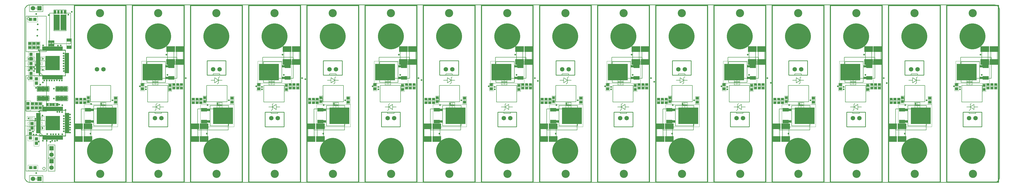
<source format=gts>
G04*
G04 #@! TF.GenerationSoftware,Altium Limited,Altium Designer,18.1.9 (240)*
G04*
G04 Layer_Color=8388736*
%FSLAX25Y25*%
%MOIN*%
G70*
G01*
G75*
%ADD11C,0.01000*%
%ADD12C,0.00787*%
%ADD13C,0.00500*%
%ADD16C,0.00600*%
%ADD17C,0.05000*%
%ADD18C,0.00800*%
%ADD19C,0.00394*%
%ADD20C,0.00197*%
%ADD21C,0.01600*%
%ADD22C,0.00200*%
%ADD39R,0.13202X0.08517*%
%ADD40R,0.04737X0.04343*%
%ADD41R,0.05131X0.05131*%
%ADD42R,0.22060X0.22060*%
%ADD43R,0.06553X0.01863*%
%ADD44R,0.01863X0.06553*%
%ADD45R,0.05400X0.07100*%
%ADD46R,0.05131X0.05131*%
%ADD47R,0.07493X0.04540*%
%ADD48R,0.08674X0.24422*%
%ADD49R,0.03556X0.05524*%
%ADD50R,0.04343X0.03556*%
%ADD51R,0.03556X0.04343*%
%ADD52R,0.03950X0.03950*%
%ADD53R,0.30800X0.25800*%
%ADD54R,0.09461X0.05524*%
%ADD55C,0.40170*%
%ADD56C,0.06800*%
%ADD57C,0.06902*%
%ADD58R,0.06902X0.06902*%
%ADD59R,0.06902X0.06902*%
%ADD60C,0.12611*%
%ADD61C,0.02572*%
G36*
X46949Y188583D02*
X45949D01*
Y189583D01*
X46949D01*
Y188583D01*
D02*
G37*
G36*
X1492922Y181808D02*
X1481522D01*
Y185208D01*
X1492922D01*
Y181808D01*
D02*
G37*
G36*
X1313001D02*
X1301601D01*
Y185208D01*
X1313001D01*
Y181808D01*
D02*
G37*
G36*
X1133079D02*
X1121679D01*
Y185208D01*
X1133079D01*
Y181808D01*
D02*
G37*
G36*
X953158D02*
X941758D01*
Y185208D01*
X953158D01*
Y181808D01*
D02*
G37*
G36*
X773237D02*
X761837D01*
Y185208D01*
X773237D01*
Y181808D01*
D02*
G37*
G36*
X593316D02*
X581916D01*
Y185208D01*
X593316D01*
Y181808D01*
D02*
G37*
G36*
X413394D02*
X401994D01*
Y185208D01*
X413394D01*
Y181808D01*
D02*
G37*
G36*
X233473D02*
X222073D01*
Y185208D01*
X233473D01*
Y181808D01*
D02*
G37*
G36*
X1461087Y174425D02*
X1460087D01*
Y175425D01*
X1461087D01*
Y174425D01*
D02*
G37*
G36*
X1281166D02*
X1280166D01*
Y175425D01*
X1281166D01*
Y174425D01*
D02*
G37*
G36*
X1101244D02*
X1100244D01*
Y175425D01*
X1101244D01*
Y174425D01*
D02*
G37*
G36*
X921323D02*
X920323D01*
Y175425D01*
X921323D01*
Y174425D01*
D02*
G37*
G36*
X741402D02*
X740402D01*
Y175425D01*
X741402D01*
Y174425D01*
D02*
G37*
G36*
X561481D02*
X560481D01*
Y175425D01*
X561481D01*
Y174425D01*
D02*
G37*
G36*
X381559D02*
X380559D01*
Y175425D01*
X381559D01*
Y174425D01*
D02*
G37*
G36*
X201638D02*
X200638D01*
Y175425D01*
X201638D01*
Y174425D01*
D02*
G37*
G36*
X1492922Y163808D02*
X1481522D01*
Y167208D01*
X1492922D01*
Y163808D01*
D02*
G37*
G36*
X1313001D02*
X1301601D01*
Y167208D01*
X1313001D01*
Y163808D01*
D02*
G37*
G36*
X1133079D02*
X1121679D01*
Y167208D01*
X1133079D01*
Y163808D01*
D02*
G37*
G36*
X953158D02*
X941758D01*
Y167208D01*
X953158D01*
Y163808D01*
D02*
G37*
G36*
X773237D02*
X761837D01*
Y167208D01*
X773237D01*
Y163808D01*
D02*
G37*
G36*
X593316D02*
X581916D01*
Y167208D01*
X593316D01*
Y163808D01*
D02*
G37*
G36*
X413394D02*
X401994D01*
Y167208D01*
X413394D01*
Y163808D01*
D02*
G37*
G36*
X233473D02*
X222073D01*
Y167208D01*
X233473D01*
Y163808D01*
D02*
G37*
G36*
X63118Y145622D02*
X59118D01*
Y151622D01*
X63118D01*
Y145622D01*
D02*
G37*
G36*
X34386D02*
X30386D01*
Y151622D01*
X34386D01*
Y145622D01*
D02*
G37*
G36*
X63118Y130858D02*
X59118D01*
Y136858D01*
X63118D01*
Y130858D01*
D02*
G37*
G36*
X34386D02*
X30386D01*
Y136858D01*
X34386D01*
Y130858D01*
D02*
G37*
G36*
X1369757Y114322D02*
X1358357D01*
Y117722D01*
X1369757D01*
Y114322D01*
D02*
G37*
G36*
X1189836D02*
X1178436D01*
Y117722D01*
X1189836D01*
Y114322D01*
D02*
G37*
G36*
X1009915D02*
X998515D01*
Y117722D01*
X1009915D01*
Y114322D01*
D02*
G37*
G36*
X829994D02*
X818594D01*
Y117722D01*
X829994D01*
Y114322D01*
D02*
G37*
G36*
X650072D02*
X638672D01*
Y117722D01*
X650072D01*
Y114322D01*
D02*
G37*
G36*
X470151D02*
X458751D01*
Y117722D01*
X470151D01*
Y114322D01*
D02*
G37*
G36*
X290230D02*
X278830D01*
Y117722D01*
X290230D01*
Y114322D01*
D02*
G37*
G36*
X110309D02*
X98909D01*
Y117722D01*
X110309D01*
Y114322D01*
D02*
G37*
G36*
X1391192Y106105D02*
X1390192D01*
Y107105D01*
X1391192D01*
Y106105D01*
D02*
G37*
G36*
X1211271D02*
X1210271D01*
Y107105D01*
X1211271D01*
Y106105D01*
D02*
G37*
G36*
X1031350D02*
X1030350D01*
Y107105D01*
X1031350D01*
Y106105D01*
D02*
G37*
G36*
X851429D02*
X850429D01*
Y107105D01*
X851429D01*
Y106105D01*
D02*
G37*
G36*
X671507D02*
X670507D01*
Y107105D01*
X671507D01*
Y106105D01*
D02*
G37*
G36*
X491586D02*
X490586D01*
Y107105D01*
X491586D01*
Y106105D01*
D02*
G37*
G36*
X311665D02*
X310665D01*
Y107105D01*
X311665D01*
Y106105D01*
D02*
G37*
G36*
X131744D02*
X130744D01*
Y107105D01*
X131744D01*
Y106105D01*
D02*
G37*
G36*
X1369757Y96322D02*
X1358357D01*
Y99722D01*
X1369757D01*
Y96322D01*
D02*
G37*
G36*
X1189836D02*
X1178436D01*
Y99722D01*
X1189836D01*
Y96322D01*
D02*
G37*
G36*
X1009915D02*
X998515D01*
Y99722D01*
X1009915D01*
Y96322D01*
D02*
G37*
G36*
X829994D02*
X818594D01*
Y99722D01*
X829994D01*
Y96322D01*
D02*
G37*
G36*
X650072D02*
X638672D01*
Y99722D01*
X650072D01*
Y96322D01*
D02*
G37*
G36*
X470151D02*
X458751D01*
Y99722D01*
X470151D01*
Y96322D01*
D02*
G37*
G36*
X290230D02*
X278830D01*
Y99722D01*
X290230D01*
Y96322D01*
D02*
G37*
G36*
X110309D02*
X98909D01*
Y99722D01*
X110309D01*
Y96322D01*
D02*
G37*
G36*
X47244Y95472D02*
X46244D01*
Y96472D01*
X47244D01*
Y95472D01*
D02*
G37*
D11*
X1511614Y270866D02*
X1511561Y271882D01*
X1511375Y272882D01*
X1511060Y273849D01*
X1510622Y274767D01*
X1510067Y275620D01*
X1509406Y276393D01*
X1508650Y277074D01*
X1507812Y277649D01*
X1506905Y278111D01*
X1505946Y278450D01*
X1504951Y278661D01*
X1503937Y278740D01*
X1503937Y3937D02*
X1504951Y4016D01*
X1505946Y4227D01*
X1506905Y4566D01*
X1507812Y5028D01*
X1508650Y5604D01*
X1509406Y6284D01*
X1510067Y7057D01*
X1510622Y7910D01*
X1511060Y8828D01*
X1511375Y9795D01*
X1511561Y10795D01*
X1511614Y11811D01*
X3937Y11811D02*
X4004Y10783D01*
X4205Y9773D01*
X4536Y8798D01*
X4992Y7874D01*
X5564Y7018D01*
X6243Y6243D01*
X7018Y5564D01*
X7874Y4992D01*
X8798Y4536D01*
X9773Y4205D01*
X10783Y4004D01*
X11811Y3937D01*
Y278740D02*
X10783Y278673D01*
X9773Y278472D01*
X8798Y278141D01*
X7874Y277685D01*
X7018Y277113D01*
X6243Y276434D01*
X5564Y275659D01*
X4992Y274803D01*
X4536Y273879D01*
X4205Y272904D01*
X4004Y271894D01*
X3937Y270866D01*
X11811Y278740D02*
X1478740Y278740D01*
X3937Y270866D02*
X3937Y11811D01*
X11811Y3937D02*
X1478740Y3937D01*
X1511614Y11811D02*
Y74803D01*
X1478740Y3937D02*
X1503937D01*
X1511614Y207874D02*
Y270866D01*
X1478740Y278740D02*
X1503937D01*
X1511614Y74803D02*
Y207874D01*
X1095453Y89991D02*
Y112629D01*
Y89991D02*
X1124587D01*
Y112629D01*
X1095453D02*
X1124587D01*
X375768Y89991D02*
Y112629D01*
Y89991D02*
X404902D01*
Y112629D01*
X375768D02*
X404902D01*
X735610Y89991D02*
Y112629D01*
Y89991D02*
X764744D01*
Y112629D01*
X735610D02*
X764744D01*
X195846Y89991D02*
Y112629D01*
Y89991D02*
X224980D01*
Y112629D01*
X195846D02*
X224980D01*
X1455295D02*
X1484429D01*
Y89991D02*
Y112629D01*
X1455295Y89991D02*
X1484429D01*
X1455295D02*
Y112629D01*
X1365472Y169734D02*
X1394606D01*
X1365472D02*
Y192372D01*
X1394606D01*
Y169734D02*
Y192372D01*
X1275374Y112629D02*
X1304508D01*
Y89991D02*
Y112629D01*
X1275374Y89991D02*
X1304508D01*
X1275374D02*
Y112629D01*
X1185551Y169734D02*
X1214685D01*
X1185551D02*
Y192372D01*
X1214685D01*
Y169734D02*
Y192372D01*
X1005630Y169734D02*
X1034764D01*
X1005630D02*
Y192372D01*
X1034764D01*
Y169734D02*
Y192372D01*
X915532Y112629D02*
X944666D01*
Y89991D02*
Y112629D01*
X915532Y89991D02*
X944666D01*
X915532D02*
Y112629D01*
X825709Y169734D02*
X854843D01*
X825709D02*
Y192372D01*
X854843D01*
Y169734D02*
Y192372D01*
X645787Y169734D02*
X674921D01*
X645787D02*
Y192372D01*
X674921D01*
Y169734D02*
Y192372D01*
X555689Y112629D02*
X584823D01*
Y89991D02*
Y112629D01*
X555689Y89991D02*
X584823D01*
X555689D02*
Y112629D01*
X465866Y169734D02*
X495000D01*
X465866D02*
Y192372D01*
X495000D01*
Y169734D02*
Y192372D01*
X285945Y169734D02*
X315079D01*
X285945D02*
Y192372D01*
X315079D01*
Y169734D02*
Y192372D01*
D12*
X1115138Y110434D02*
Y112402D01*
X1104902Y110434D02*
Y112402D01*
Y110434D02*
X1115138D01*
X395453D02*
Y112402D01*
X385217Y110434D02*
Y112402D01*
Y110434D02*
X395453D01*
X755295D02*
Y112402D01*
X745059Y110434D02*
Y112402D01*
Y110434D02*
X755295D01*
X215531D02*
Y112402D01*
X205295Y110434D02*
Y112402D01*
Y110434D02*
X215531D01*
X1464744D02*
X1474980D01*
X1464744D02*
Y112402D01*
X1474980Y110434D02*
Y112402D01*
X1374921Y171929D02*
X1385157D01*
Y169961D02*
Y171929D01*
X1374921Y169961D02*
Y171929D01*
X1284823Y110434D02*
X1295059D01*
X1284823D02*
Y112402D01*
X1295059Y110434D02*
Y112402D01*
X1195000Y171929D02*
X1205236D01*
Y169961D02*
Y171929D01*
X1195000Y169961D02*
Y171929D01*
X1015079D02*
X1025315D01*
Y169961D02*
Y171929D01*
X1015079Y169961D02*
Y171929D01*
X924981Y110434D02*
X935217D01*
X924981D02*
Y112402D01*
X935217Y110434D02*
Y112402D01*
X835158Y171929D02*
X845394D01*
Y169961D02*
Y171929D01*
X835158Y169961D02*
Y171929D01*
X655236D02*
X665472D01*
Y169961D02*
Y171929D01*
X655236Y169961D02*
Y171929D01*
X565138Y110434D02*
X575374D01*
X565138D02*
Y112402D01*
X575374Y110434D02*
Y112402D01*
X475315Y171929D02*
X485551D01*
Y169961D02*
Y171929D01*
X475315Y169961D02*
Y171929D01*
X295394D02*
X305630D01*
Y169961D02*
Y171929D01*
X295394Y169961D02*
Y171929D01*
D13*
X35630Y25197D02*
X35367Y26181D01*
X34646Y26902D01*
X33661Y27166D01*
X32677Y26902D01*
X31956Y26181D01*
X31692Y25197D01*
X31956Y24212D01*
X32677Y23492D01*
X33661Y23228D01*
X34646Y23492D01*
X35367Y24212D01*
X35630Y25197D01*
X11812Y257382D02*
X11548Y258366D01*
X10827Y259087D01*
X9843Y259351D01*
X8858Y259087D01*
X8137Y258366D01*
X7874Y257382D01*
X8137Y256397D01*
X8858Y255677D01*
X9843Y255413D01*
X10827Y255677D01*
X11548Y256397D01*
X11812Y257382D01*
X12107Y165157D02*
X11843Y166142D01*
X11122Y166863D01*
X10138Y167126D01*
X9153Y166863D01*
X8433Y166142D01*
X8169Y165157D01*
X8433Y164173D01*
X9153Y163452D01*
X10138Y163188D01*
X11122Y163452D01*
X11843Y164173D01*
X12107Y165157D01*
X1112657Y120513D02*
X1118563D01*
X1112657Y116576D02*
Y120513D01*
X1106752D02*
X1112657Y116576D01*
X1106752Y120513D02*
X1112657Y124450D01*
Y120513D02*
Y124450D01*
X1106752Y120513D02*
Y124450D01*
X1108524Y126221D01*
X1106752Y116576D02*
Y120513D01*
X1104980Y114804D02*
X1106752Y116576D01*
X1101043Y120513D02*
X1106752D01*
X392972D02*
X398878D01*
X392972Y116576D02*
Y120513D01*
X387067D02*
X392972Y116576D01*
X387067Y120513D02*
X392972Y124450D01*
Y120513D02*
Y124450D01*
X387067Y120513D02*
Y124450D01*
X388839Y126221D01*
X387067Y116576D02*
Y120513D01*
X385295Y114804D02*
X387067Y116576D01*
X381358Y120513D02*
X387067D01*
X752814D02*
X758720D01*
X752814Y116576D02*
Y120513D01*
X746909D02*
X752814Y116576D01*
X746909Y120513D02*
X752814Y124450D01*
Y120513D02*
Y124450D01*
X746909Y120513D02*
Y124450D01*
X748681Y126221D01*
X746909Y116576D02*
Y120513D01*
X745137Y114804D02*
X746909Y116576D01*
X741200Y120513D02*
X746909D01*
X82087Y92520D02*
X91929D01*
X82087Y68898D02*
Y92520D01*
X91929Y68898D02*
Y92520D01*
X82087Y68898D02*
X91929D01*
X1484252Y212008D02*
X1494094D01*
X1484252Y188386D02*
Y212008D01*
Y188386D02*
X1494094D01*
Y212008D01*
X1356103Y68898D02*
X1365945D01*
Y92520D01*
X1356103D02*
X1365945D01*
X1356103Y68898D02*
Y92520D01*
X1304331Y212008D02*
X1314173D01*
X1304331Y188386D02*
Y212008D01*
Y188386D02*
X1314173D01*
Y212008D01*
X1176181Y68898D02*
X1186023D01*
Y92520D01*
X1176181D02*
X1186023D01*
X1176181Y68898D02*
Y92520D01*
X1124410Y212008D02*
X1134252D01*
X1124410Y188386D02*
Y212008D01*
Y188386D02*
X1134252D01*
Y212008D01*
X996260Y68898D02*
X1006102D01*
Y92520D01*
X996260D02*
X1006102D01*
X996260Y68898D02*
Y92520D01*
X944489Y212008D02*
X954331D01*
X944489Y188386D02*
Y212008D01*
Y188386D02*
X954331D01*
Y212008D01*
X816339Y68898D02*
X826181D01*
Y92520D01*
X816339D02*
X826181D01*
X816339Y68898D02*
Y92520D01*
X764567Y212008D02*
X774409D01*
X764567Y188386D02*
Y212008D01*
Y188386D02*
X774409D01*
Y212008D01*
X636418Y68898D02*
X646260D01*
Y92520D01*
X636418D02*
X646260D01*
X636418Y68898D02*
Y92520D01*
X584646Y212008D02*
X594488D01*
X584646Y188386D02*
Y212008D01*
Y188386D02*
X594488D01*
Y212008D01*
X456496Y68898D02*
X466338D01*
Y92520D01*
X456496D02*
X466338D01*
X456496Y68898D02*
Y92520D01*
X404725Y212008D02*
X414567D01*
X404725Y188386D02*
Y212008D01*
Y188386D02*
X414567D01*
Y212008D01*
X276575Y68898D02*
X286417D01*
Y92520D01*
X276575D02*
X286417D01*
X276575Y68898D02*
Y92520D01*
X224803Y212008D02*
X234645D01*
X224803Y188386D02*
Y212008D01*
Y188386D02*
X234645D01*
Y212008D01*
X96654Y68898D02*
X106496D01*
Y92520D01*
X96654D02*
X106496D01*
X96654Y68898D02*
Y92520D01*
X1498524Y188386D02*
X1508366D01*
Y212008D01*
X1498524D02*
X1508366D01*
X1498524Y188386D02*
Y212008D01*
X1341536Y92520D02*
X1351378D01*
X1341536Y68898D02*
Y92520D01*
Y68898D02*
X1351378D01*
Y92520D01*
X1318603Y188386D02*
X1328445D01*
Y212008D01*
X1318603D02*
X1328445D01*
X1318603Y188386D02*
Y212008D01*
X1161614Y92520D02*
X1171456D01*
X1161614Y68898D02*
Y92520D01*
Y68898D02*
X1171456D01*
Y92520D01*
X1138681Y188386D02*
X1148523D01*
Y212008D01*
X1138681D02*
X1148523D01*
X1138681Y188386D02*
Y212008D01*
X981693Y92520D02*
X991535D01*
X981693Y68898D02*
Y92520D01*
Y68898D02*
X991535D01*
Y92520D01*
X958760Y188386D02*
X968602D01*
Y212008D01*
X958760D02*
X968602D01*
X958760Y188386D02*
Y212008D01*
X801772Y92520D02*
X811614D01*
X801772Y68898D02*
Y92520D01*
Y68898D02*
X811614D01*
Y92520D01*
X778839Y188386D02*
X788681D01*
Y212008D01*
X778839D02*
X788681D01*
X778839Y188386D02*
Y212008D01*
X621851Y92520D02*
X631693D01*
X621851Y68898D02*
Y92520D01*
Y68898D02*
X631693D01*
Y92520D01*
X598918Y188386D02*
X608760D01*
Y212008D01*
X598918D02*
X608760D01*
X598918Y188386D02*
Y212008D01*
X441929Y92520D02*
X451771D01*
X441929Y68898D02*
Y92520D01*
Y68898D02*
X451771D01*
Y92520D01*
X418996Y188386D02*
X428838D01*
Y212008D01*
X418996D02*
X428838D01*
X418996Y188386D02*
Y212008D01*
X262008Y92520D02*
X271850D01*
X262008Y68898D02*
Y92520D01*
Y68898D02*
X271850D01*
Y92520D01*
X239075Y188386D02*
X248917D01*
Y212008D01*
X239075D02*
X248917D01*
X239075Y188386D02*
Y212008D01*
X42520Y218504D02*
X75198D01*
Y221850D01*
Y265748D01*
X74607D02*
X75198D01*
X42520D02*
X74607D01*
X42520Y218504D02*
Y265748D01*
X6102Y76378D02*
X37598D01*
X6102Y21260D02*
Y76378D01*
Y21260D02*
X37598D01*
Y76378D01*
X5906Y206201D02*
X37402D01*
Y261319D01*
X5906D02*
X37402D01*
X5906Y206201D02*
Y261319D01*
X6201Y113976D02*
X37697D01*
Y169094D01*
X6201D02*
X37697D01*
X6201Y113976D02*
Y169094D01*
X68110Y238583D02*
Y270866D01*
X49212D02*
X68110D01*
X49212Y238583D02*
Y270866D01*
Y238583D02*
X68110D01*
X192224Y164960D02*
Y197638D01*
Y164960D02*
X195570D01*
X239468D01*
Y165551D01*
Y197638D01*
X192224D02*
X239468D01*
X213050Y120513D02*
X218956D01*
X213050Y116576D02*
Y120513D01*
X207145D02*
X213050Y116576D01*
X207145Y120513D02*
X213050Y124450D01*
Y120513D02*
Y124450D01*
X207145Y120513D02*
Y124450D01*
X208917Y126221D01*
X207145Y116576D02*
Y120513D01*
X205373Y114804D02*
X207145Y116576D01*
X201436Y120513D02*
X207145D01*
X1451673Y164960D02*
Y197638D01*
Y164960D02*
X1455019D01*
X1498917D01*
Y165551D01*
Y197638D01*
X1451673D02*
X1498917D01*
X1398229Y84842D02*
Y117520D01*
X1394883D02*
X1398229D01*
X1350985D02*
X1394883D01*
X1350985Y116929D02*
Y117520D01*
Y84842D02*
Y116929D01*
Y84842D02*
X1398229D01*
X1271752Y164960D02*
Y197638D01*
Y164960D02*
X1275098D01*
X1318996D01*
Y165551D01*
Y197638D01*
X1271752D02*
X1318996D01*
X1218308Y84842D02*
Y117520D01*
X1214962D02*
X1218308D01*
X1171064D02*
X1214962D01*
X1171064Y116929D02*
Y117520D01*
Y84842D02*
Y116929D01*
Y84842D02*
X1218308D01*
X1091830Y164960D02*
Y197638D01*
Y164960D02*
X1095176D01*
X1139074D01*
Y165551D01*
Y197638D01*
X1091830D02*
X1139074D01*
X991142Y84842D02*
X1038386D01*
X991142D02*
Y116929D01*
Y117520D01*
X1035040D01*
X1038386D01*
Y84842D02*
Y117520D01*
X911909Y164960D02*
Y197638D01*
Y164960D02*
X915255D01*
X959153D01*
Y165551D01*
Y197638D01*
X911909D02*
X959153D01*
X858465Y84842D02*
Y117520D01*
X855119D02*
X858465D01*
X811221D02*
X855119D01*
X811221Y116929D02*
Y117520D01*
Y84842D02*
Y116929D01*
Y84842D02*
X858465D01*
X731988Y164960D02*
Y197638D01*
Y164960D02*
X735334D01*
X779232D01*
Y165551D01*
Y197638D01*
X731988D02*
X779232D01*
X678544Y84842D02*
Y117520D01*
X675198D02*
X678544D01*
X631300D02*
X675198D01*
X631300Y116929D02*
Y117520D01*
Y84842D02*
Y116929D01*
Y84842D02*
X678544D01*
X552067Y164960D02*
Y197638D01*
Y164960D02*
X555412D01*
X599310D01*
Y165551D01*
Y197638D01*
X552067D02*
X599310D01*
X498623Y84842D02*
Y117520D01*
X495276D02*
X498623D01*
X451378D02*
X495276D01*
X451378Y116929D02*
Y117520D01*
Y84842D02*
Y116929D01*
Y84842D02*
X498623D01*
X372145Y164960D02*
Y197638D01*
Y164960D02*
X375491D01*
X419389D01*
Y165551D01*
Y197638D01*
X372145D02*
X419389D01*
X318701Y84842D02*
Y117520D01*
X315355D02*
X318701D01*
X271457D02*
X315355D01*
X271457Y116929D02*
Y117520D01*
Y84842D02*
Y116929D01*
Y84842D02*
X318701D01*
X1460885Y120513D02*
X1466594D01*
X1464822Y114804D02*
X1466594Y116576D01*
Y120513D01*
Y124450D02*
X1468366Y126221D01*
X1466594Y120513D02*
Y124450D01*
X1472499Y120513D02*
Y124450D01*
X1466594Y120513D02*
X1472499Y124450D01*
X1466594Y120513D02*
X1472499Y116576D01*
Y120513D01*
X1478405D01*
X1383307Y161850D02*
X1389016D01*
X1383307Y165787D02*
X1385079Y167559D01*
X1383307Y161850D02*
Y165787D01*
X1381535Y156142D02*
X1383307Y157913D01*
Y161850D01*
X1377402Y157913D02*
Y161850D01*
Y157913D02*
X1383307Y161850D01*
X1377402Y165787D02*
X1383307Y161850D01*
X1377402D02*
Y165787D01*
X1371496Y161850D02*
X1377402D01*
X1280964Y120513D02*
X1286673D01*
X1284901Y114804D02*
X1286673Y116576D01*
Y120513D01*
Y124450D02*
X1288445Y126221D01*
X1286673Y120513D02*
Y124450D01*
X1292578Y120513D02*
Y124450D01*
X1286673Y120513D02*
X1292578Y124450D01*
X1286673Y120513D02*
X1292578Y116576D01*
Y120513D01*
X1298484D01*
X1203386Y161850D02*
X1209095D01*
X1203386Y165787D02*
X1205158Y167559D01*
X1203386Y161850D02*
Y165787D01*
X1201614Y156142D02*
X1203386Y157913D01*
Y161850D01*
X1197481Y157913D02*
Y161850D01*
Y157913D02*
X1203386Y161850D01*
X1197481Y165787D02*
X1203386Y161850D01*
X1197481D02*
Y165787D01*
X1191575Y161850D02*
X1197481D01*
X1023465D02*
X1029174D01*
X1023465Y165787D02*
X1025237Y167559D01*
X1023465Y161850D02*
Y165787D01*
X1021693Y156142D02*
X1023465Y157913D01*
Y161850D01*
X1017560Y157913D02*
Y161850D01*
Y157913D02*
X1023465Y161850D01*
X1017560Y165787D02*
X1023465Y161850D01*
X1017560D02*
Y165787D01*
X1011654Y161850D02*
X1017560D01*
X921122Y120513D02*
X926830D01*
X925058Y114804D02*
X926830Y116576D01*
Y120513D01*
Y124450D02*
X928603Y126221D01*
X926830Y120513D02*
Y124450D01*
X932736Y120513D02*
Y124450D01*
X926830Y120513D02*
X932736Y124450D01*
X926830Y120513D02*
X932736Y116576D01*
Y120513D01*
X938641D01*
X843544Y161850D02*
X849253D01*
X843544Y165787D02*
X845316Y167559D01*
X843544Y161850D02*
Y165787D01*
X841772Y156142D02*
X843544Y157913D01*
Y161850D01*
X837639Y157913D02*
Y161850D01*
Y157913D02*
X843544Y161850D01*
X837639Y165787D02*
X843544Y161850D01*
X837639D02*
Y165787D01*
X831733Y161850D02*
X837639D01*
X663622D02*
X669331D01*
X663622Y165787D02*
X665394Y167559D01*
X663622Y161850D02*
Y165787D01*
X661850Y156142D02*
X663622Y157913D01*
Y161850D01*
X657717Y157913D02*
Y161850D01*
Y157913D02*
X663622Y161850D01*
X657717Y165787D02*
X663622Y161850D01*
X657717D02*
Y165787D01*
X651811Y161850D02*
X657717D01*
X561279Y120513D02*
X566988D01*
X565216Y114804D02*
X566988Y116576D01*
Y120513D01*
Y124450D02*
X568760Y126221D01*
X566988Y120513D02*
Y124450D01*
X572893Y120513D02*
Y124450D01*
X566988Y120513D02*
X572893Y124450D01*
X566988Y120513D02*
X572893Y116576D01*
Y120513D01*
X578799D01*
X483701Y161850D02*
X489410D01*
X483701Y165787D02*
X485473Y167559D01*
X483701Y161850D02*
Y165787D01*
X481929Y156142D02*
X483701Y157913D01*
Y161850D01*
X477796Y157913D02*
Y161850D01*
Y157913D02*
X483701Y161850D01*
X477796Y165787D02*
X483701Y161850D01*
X477796D02*
Y165787D01*
X471890Y161850D02*
X477796D01*
X303780D02*
X309489D01*
X303780Y165787D02*
X305552Y167559D01*
X303780Y161850D02*
Y165787D01*
X302008Y156142D02*
X303780Y157913D01*
Y161850D01*
X297875Y157913D02*
Y161850D01*
Y157913D02*
X303780Y161850D01*
X297875Y165787D02*
X303780Y161850D01*
X297875D02*
Y165787D01*
X291969Y161850D02*
X297875D01*
X91536Y84842D02*
X138780D01*
X91536D02*
Y116929D01*
Y117520D01*
X135434D01*
X138780D01*
Y84842D02*
Y117520D01*
D16*
X1093563Y153977D02*
X1125059D01*
X1093563Y128347D02*
Y153977D01*
Y128347D02*
X1125059D01*
Y153977D01*
X373878D02*
X405374D01*
X373878Y128347D02*
Y153977D01*
Y128347D02*
X405374D01*
Y153977D01*
X733720D02*
X765216D01*
X733720Y128347D02*
Y153977D01*
Y128347D02*
X765216D01*
Y153977D01*
X105552Y128386D02*
Y154016D01*
X137048D01*
Y128386D02*
Y154016D01*
X105552Y128386D02*
X137048D01*
X193956Y153977D02*
X225452D01*
X193956Y128347D02*
Y153977D01*
Y128347D02*
X225452D01*
Y153977D01*
X1484901Y128347D02*
Y153977D01*
X1453405Y128347D02*
X1484901D01*
X1453405D02*
Y153977D01*
X1484901D01*
X1365000Y128386D02*
Y154016D01*
X1396496D01*
Y128386D02*
Y154016D01*
X1365000Y128386D02*
X1396496D01*
X1304980Y128347D02*
Y153977D01*
X1273484Y128347D02*
X1304980D01*
X1273484D02*
Y153977D01*
X1304980D01*
X1185079Y128386D02*
Y154016D01*
X1216575D01*
Y128386D02*
Y154016D01*
X1185079Y128386D02*
X1216575D01*
X1005158D02*
Y154016D01*
X1036654D01*
Y128386D02*
Y154016D01*
X1005158Y128386D02*
X1036654D01*
X945138Y128347D02*
Y153977D01*
X913641Y128347D02*
X945138D01*
X913641D02*
Y153977D01*
X945138D01*
X825237Y128386D02*
Y154016D01*
X856733D01*
Y128386D02*
Y154016D01*
X825237Y128386D02*
X856733D01*
X645315D02*
Y154016D01*
X676811D01*
Y128386D02*
Y154016D01*
X645315Y128386D02*
X676811D01*
X585295Y128347D02*
Y153977D01*
X553799Y128347D02*
X585295D01*
X553799D02*
Y153977D01*
X585295D01*
X465394Y128386D02*
Y154016D01*
X496890D01*
Y128386D02*
Y154016D01*
X465394Y128386D02*
X496890D01*
X285473D02*
Y154016D01*
X316969D01*
Y128386D02*
Y154016D01*
X285473Y128386D02*
X316969D01*
X27544Y75772D02*
X66944D01*
X27544D02*
Y115172D01*
X66944D01*
Y75772D02*
Y115172D01*
X27544Y80772D02*
X32544Y75772D01*
X31944Y115172D02*
Y119072D01*
X33044D01*
Y115172D02*
Y119072D01*
X31944Y115172D02*
X33044D01*
X33944D02*
Y119072D01*
X34944D01*
Y115172D02*
Y119072D01*
X33944Y115172D02*
X34944D01*
X35844D02*
Y119072D01*
X36944D01*
Y115172D02*
Y119072D01*
X35844Y115172D02*
X36944D01*
X37844D02*
Y119072D01*
X38944D01*
Y115172D02*
Y119072D01*
X37844Y115172D02*
X38944D01*
X39844D02*
Y119072D01*
X40844D01*
Y115172D02*
Y119072D01*
X39844Y115172D02*
X40844D01*
X41744D02*
Y119072D01*
X42844D01*
Y115172D02*
Y119072D01*
X41744Y115172D02*
X42844D01*
X43744D02*
Y119072D01*
X44844D01*
Y115172D02*
Y119072D01*
X43744Y115172D02*
X44844D01*
X45744D02*
Y119072D01*
X46744D01*
Y115172D02*
Y119072D01*
X45744Y115172D02*
X46744D01*
X47744D02*
Y119072D01*
X48744D01*
Y115172D02*
Y119072D01*
X47744Y115172D02*
X48744D01*
X49644D02*
Y119072D01*
X50744D01*
Y115172D02*
Y119072D01*
X49644Y115172D02*
X50744D01*
X51644D02*
Y119072D01*
X52744D01*
Y115172D02*
Y119072D01*
X51644Y115172D02*
X52744D01*
X53644D02*
Y119072D01*
X54644D01*
Y115172D02*
Y119072D01*
X53644Y115172D02*
X54644D01*
X55544D02*
Y119072D01*
X56644D01*
Y115172D02*
Y119072D01*
X55544Y115172D02*
X56644D01*
X57544D02*
Y119072D01*
X58644D01*
Y115172D02*
Y119072D01*
X57544Y115172D02*
X58644D01*
X59544D02*
Y119072D01*
X60544D01*
Y115172D02*
Y119072D01*
X59544Y115172D02*
X60544D01*
X61444D02*
Y119072D01*
X62544D01*
Y115172D02*
Y119072D01*
X61444Y115172D02*
X62544D01*
X66944Y110772D02*
X70844D01*
Y109672D02*
Y110772D01*
X66944Y109672D02*
X70844D01*
X66944D02*
Y110772D01*
Y108772D02*
X70844D01*
Y107772D02*
Y108772D01*
X66944Y107772D02*
X70844D01*
X66944D02*
Y108772D01*
Y106872D02*
X70844D01*
Y105772D02*
Y106872D01*
X66944Y105772D02*
X70844D01*
X66944D02*
Y106872D01*
Y104872D02*
X70844D01*
Y103772D02*
Y104872D01*
X66944Y103772D02*
X70844D01*
X66944D02*
Y104872D01*
Y102872D02*
X70844D01*
Y101872D02*
Y102872D01*
X66944Y101872D02*
X70844D01*
X66944D02*
Y102872D01*
Y100972D02*
X70844D01*
Y99872D02*
Y100972D01*
X66944Y99872D02*
X70844D01*
X66944D02*
Y100972D01*
Y98972D02*
X70844D01*
Y97872D02*
Y98972D01*
X66944Y97872D02*
X70844D01*
X66944D02*
Y98972D01*
Y96972D02*
X70844D01*
Y95972D02*
Y96972D01*
X66944Y95972D02*
X70844D01*
X66944D02*
Y96972D01*
Y94972D02*
X70844D01*
Y93972D02*
Y94972D01*
X66944Y93972D02*
X70844D01*
X66944D02*
Y94972D01*
Y93072D02*
X70844D01*
Y91972D02*
Y93072D01*
X66944Y91972D02*
X70844D01*
X66944D02*
Y93072D01*
Y91072D02*
X70844D01*
Y89972D02*
Y91072D01*
X66944Y89972D02*
X70844D01*
X66944D02*
Y91072D01*
Y89072D02*
X70844D01*
Y88072D02*
Y89072D01*
X66944Y88072D02*
X70844D01*
X66944D02*
Y89072D01*
Y87172D02*
X70844D01*
Y86072D02*
Y87172D01*
X66944Y86072D02*
X70844D01*
X66944D02*
Y87172D01*
Y85172D02*
X70844D01*
Y84072D02*
Y85172D01*
X66944Y84072D02*
X70844D01*
X66944D02*
Y85172D01*
Y83172D02*
X70844D01*
Y82172D02*
Y83172D01*
X66944Y82172D02*
X70844D01*
X66944D02*
Y83172D01*
Y81272D02*
X70844D01*
Y80172D02*
Y81272D01*
X66944Y80172D02*
X70844D01*
X66944D02*
Y81272D01*
X62544Y71872D02*
Y75772D01*
X61444Y71872D02*
X62544D01*
X61444D02*
Y75772D01*
X62544D01*
X60544Y71872D02*
Y75772D01*
X59544Y71872D02*
X60544D01*
X59544D02*
Y75772D01*
X60544D01*
X58644Y71872D02*
Y75772D01*
X57544Y71872D02*
X58644D01*
X57544D02*
Y75772D01*
X58644D01*
X56644Y71872D02*
Y75772D01*
X55544Y71872D02*
X56644D01*
X55544D02*
Y75772D01*
X56644D01*
X54644Y71872D02*
Y75772D01*
X53644Y71872D02*
X54644D01*
X53644D02*
Y75772D01*
X54644D01*
X52744Y71872D02*
Y75772D01*
X51644Y71872D02*
X52744D01*
X51644D02*
Y75772D01*
X52744D01*
X50744Y71872D02*
Y75772D01*
X49644Y71872D02*
X50744D01*
X49644D02*
Y75772D01*
X50744D01*
X48744Y71872D02*
Y75772D01*
X47744Y71872D02*
X48744D01*
X47744D02*
Y75772D01*
X48744D01*
X46744Y71872D02*
Y75772D01*
X45744Y71872D02*
X46744D01*
X45744D02*
Y75772D01*
X46744D01*
X44844Y71872D02*
Y75772D01*
X43744Y71872D02*
X44844D01*
X43744D02*
Y75772D01*
X44844D01*
X42844Y71872D02*
Y75772D01*
X41744Y71872D02*
X42844D01*
X41744D02*
Y75772D01*
X42844D01*
X40844Y71872D02*
Y75772D01*
X39844Y71872D02*
X40844D01*
X39844D02*
Y75772D01*
X40844D01*
X38944Y71872D02*
Y75772D01*
X37844Y71872D02*
X38944D01*
X37844D02*
Y75772D01*
X38944D01*
X36944Y71872D02*
Y75772D01*
X35844Y71872D02*
X36944D01*
X35844D02*
Y75772D01*
X36944D01*
X34944Y71872D02*
Y75772D01*
X33944Y71872D02*
X34944D01*
X33944D02*
Y75772D01*
X34944D01*
X33044Y71872D02*
Y75772D01*
X31944Y71872D02*
X33044D01*
X31944D02*
Y75772D01*
X32544D01*
X33044D01*
X23644Y80172D02*
X27544D01*
X23644D02*
Y81272D01*
X27544D01*
Y80772D02*
Y81272D01*
Y80172D02*
Y80772D01*
X23644Y82172D02*
X27544D01*
X23644D02*
Y83172D01*
X27544D01*
Y82172D02*
Y83172D01*
X23644Y84072D02*
X27544D01*
X23644D02*
Y85172D01*
X27544D01*
Y84072D02*
Y85172D01*
X23644Y86072D02*
X27544D01*
X23644D02*
Y87172D01*
X27544D01*
Y86072D02*
Y87172D01*
X23644Y88072D02*
X27544D01*
X23644D02*
Y89072D01*
X27544D01*
Y88072D02*
Y89072D01*
X23644Y89972D02*
X27544D01*
X23644D02*
Y91072D01*
X27544D01*
Y89972D02*
Y91072D01*
X23644Y91972D02*
X27544D01*
X23644D02*
Y93072D01*
X27544D01*
Y91972D02*
Y93072D01*
X23644Y93972D02*
X27544D01*
X23644D02*
Y94972D01*
X27544D01*
Y93972D02*
Y94972D01*
X23644Y95972D02*
X27544D01*
X23644D02*
Y96972D01*
X27544D01*
Y95972D02*
Y96972D01*
X23644Y97872D02*
X27544D01*
X23644D02*
Y98972D01*
X27544D01*
Y97872D02*
Y98972D01*
X23644Y99872D02*
X27544D01*
X23644D02*
Y100972D01*
X27544D01*
Y99872D02*
Y100972D01*
X23644Y101872D02*
X27544D01*
X23644D02*
Y102872D01*
X27544D01*
Y101872D02*
Y102872D01*
X23644Y103772D02*
X27544D01*
X23644D02*
Y104872D01*
X27544D01*
Y103772D02*
Y104872D01*
X23644Y105772D02*
X27544D01*
X23644D02*
Y106872D01*
X27544D01*
Y105772D02*
Y106872D01*
X23644Y107772D02*
X27544D01*
X23644D02*
Y108772D01*
X27544D01*
Y107772D02*
Y108772D01*
X23644Y109672D02*
X27544D01*
X23644D02*
Y110772D01*
X27544D01*
Y109672D02*
Y110772D01*
X32386Y151622D02*
Y152622D01*
Y144622D02*
Y145622D01*
X39386Y148622D02*
X41386D01*
X23386D02*
X25386D01*
X32386Y136858D02*
Y137858D01*
Y129858D02*
Y130858D01*
X39386Y133858D02*
X41386D01*
X23386D02*
X25386D01*
X61118Y151622D02*
Y152622D01*
Y144622D02*
Y145622D01*
X68118Y148622D02*
X70118D01*
X52118D02*
X54118D01*
X61118Y136858D02*
Y137858D01*
Y129858D02*
Y130858D01*
X68118Y133858D02*
X70118D01*
X52118D02*
X54118D01*
X27249Y168883D02*
X66649D01*
X27249D02*
Y208283D01*
X66649D01*
Y168883D02*
Y208283D01*
X27249Y173883D02*
X32249Y168883D01*
X31649Y208283D02*
Y212183D01*
X32749D01*
Y208283D02*
Y212183D01*
X31649Y208283D02*
X32749D01*
X33649D02*
Y212183D01*
X34649D01*
Y208283D02*
Y212183D01*
X33649Y208283D02*
X34649D01*
X35549D02*
Y212183D01*
X36649D01*
Y208283D02*
Y212183D01*
X35549Y208283D02*
X36649D01*
X37549D02*
Y212183D01*
X38649D01*
Y208283D02*
Y212183D01*
X37549Y208283D02*
X38649D01*
X39549D02*
Y212183D01*
X40549D01*
Y208283D02*
Y212183D01*
X39549Y208283D02*
X40549D01*
X41449D02*
Y212183D01*
X42549D01*
Y208283D02*
Y212183D01*
X41449Y208283D02*
X42549D01*
X43449D02*
Y212183D01*
X44549D01*
Y208283D02*
Y212183D01*
X43449Y208283D02*
X44549D01*
X45449D02*
Y212183D01*
X46449D01*
Y208283D02*
Y212183D01*
X45449Y208283D02*
X46449D01*
X47449D02*
Y212183D01*
X48449D01*
Y208283D02*
Y212183D01*
X47449Y208283D02*
X48449D01*
X49349D02*
Y212183D01*
X50449D01*
Y208283D02*
Y212183D01*
X49349Y208283D02*
X50449D01*
X51349D02*
Y212183D01*
X52449D01*
Y208283D02*
Y212183D01*
X51349Y208283D02*
X52449D01*
X53349D02*
Y212183D01*
X54349D01*
Y208283D02*
Y212183D01*
X53349Y208283D02*
X54349D01*
X55249D02*
Y212183D01*
X56349D01*
Y208283D02*
Y212183D01*
X55249Y208283D02*
X56349D01*
X57249D02*
Y212183D01*
X58349D01*
Y208283D02*
Y212183D01*
X57249Y208283D02*
X58349D01*
X59249D02*
Y212183D01*
X60249D01*
Y208283D02*
Y212183D01*
X59249Y208283D02*
X60249D01*
X61149D02*
Y212183D01*
X62249D01*
Y208283D02*
Y212183D01*
X61149Y208283D02*
X62249D01*
X66649Y203883D02*
X70549D01*
Y202783D02*
Y203883D01*
X66649Y202783D02*
X70549D01*
X66649D02*
Y203883D01*
Y201883D02*
X70549D01*
Y200883D02*
Y201883D01*
X66649Y200883D02*
X70549D01*
X66649D02*
Y201883D01*
Y199983D02*
X70549D01*
Y198883D02*
Y199983D01*
X66649Y198883D02*
X70549D01*
X66649D02*
Y199983D01*
Y197983D02*
X70549D01*
Y196883D02*
Y197983D01*
X66649Y196883D02*
X70549D01*
X66649D02*
Y197983D01*
Y195983D02*
X70549D01*
Y194983D02*
Y195983D01*
X66649Y194983D02*
X70549D01*
X66649D02*
Y195983D01*
Y194083D02*
X70549D01*
Y192983D02*
Y194083D01*
X66649Y192983D02*
X70549D01*
X66649D02*
Y194083D01*
Y192083D02*
X70549D01*
Y190983D02*
Y192083D01*
X66649Y190983D02*
X70549D01*
X66649D02*
Y192083D01*
Y190083D02*
X70549D01*
Y189083D02*
Y190083D01*
X66649Y189083D02*
X70549D01*
X66649D02*
Y190083D01*
Y188083D02*
X70549D01*
Y187083D02*
Y188083D01*
X66649Y187083D02*
X70549D01*
X66649D02*
Y188083D01*
Y186183D02*
X70549D01*
Y185083D02*
Y186183D01*
X66649Y185083D02*
X70549D01*
X66649D02*
Y186183D01*
Y184183D02*
X70549D01*
Y183083D02*
Y184183D01*
X66649Y183083D02*
X70549D01*
X66649D02*
Y184183D01*
Y182183D02*
X70549D01*
Y181183D02*
Y182183D01*
X66649Y181183D02*
X70549D01*
X66649D02*
Y182183D01*
Y180283D02*
X70549D01*
Y179183D02*
Y180283D01*
X66649Y179183D02*
X70549D01*
X66649D02*
Y180283D01*
Y178283D02*
X70549D01*
Y177183D02*
Y178283D01*
X66649Y177183D02*
X70549D01*
X66649D02*
Y178283D01*
Y176283D02*
X70549D01*
Y175283D02*
Y176283D01*
X66649Y175283D02*
X70549D01*
X66649D02*
Y176283D01*
Y174383D02*
X70549D01*
Y173283D02*
Y174383D01*
X66649Y173283D02*
X70549D01*
X66649D02*
Y174383D01*
X62249Y164983D02*
Y168883D01*
X61149Y164983D02*
X62249D01*
X61149D02*
Y168883D01*
X62249D01*
X60249Y164983D02*
Y168883D01*
X59249Y164983D02*
X60249D01*
X59249D02*
Y168883D01*
X60249D01*
X58349Y164983D02*
Y168883D01*
X57249Y164983D02*
X58349D01*
X57249D02*
Y168883D01*
X58349D01*
X56349Y164983D02*
Y168883D01*
X55249Y164983D02*
X56349D01*
X55249D02*
Y168883D01*
X56349D01*
X54349Y164983D02*
Y168883D01*
X53349Y164983D02*
X54349D01*
X53349D02*
Y168883D01*
X54349D01*
X52449Y164983D02*
Y168883D01*
X51349Y164983D02*
X52449D01*
X51349D02*
Y168883D01*
X52449D01*
X50449Y164983D02*
Y168883D01*
X49349Y164983D02*
X50449D01*
X49349D02*
Y168883D01*
X50449D01*
X48449Y164983D02*
Y168883D01*
X47449Y164983D02*
X48449D01*
X47449D02*
Y168883D01*
X48449D01*
X46449Y164983D02*
Y168883D01*
X45449Y164983D02*
X46449D01*
X45449D02*
Y168883D01*
X46449D01*
X44549Y164983D02*
Y168883D01*
X43449Y164983D02*
X44549D01*
X43449D02*
Y168883D01*
X44549D01*
X42549Y164983D02*
Y168883D01*
X41449Y164983D02*
X42549D01*
X41449D02*
Y168883D01*
X42549D01*
X40549Y164983D02*
Y168883D01*
X39549Y164983D02*
X40549D01*
X39549D02*
Y168883D01*
X40549D01*
X38649Y164983D02*
Y168883D01*
X37549Y164983D02*
X38649D01*
X37549D02*
Y168883D01*
X38649D01*
X36649Y164983D02*
Y168883D01*
X35549Y164983D02*
X36649D01*
X35549D02*
Y168883D01*
X36649D01*
X34649Y164983D02*
Y168883D01*
X33649Y164983D02*
X34649D01*
X33649D02*
Y168883D01*
X34649D01*
X32749Y164983D02*
Y168883D01*
X31649Y164983D02*
X32749D01*
X31649D02*
Y168883D01*
X32249D01*
X32749D01*
X23349Y173283D02*
X27249D01*
X23349D02*
Y174383D01*
X27249D01*
Y173883D02*
Y174383D01*
Y173283D02*
Y173883D01*
X23349Y175283D02*
X27249D01*
X23349D02*
Y176283D01*
X27249D01*
Y175283D02*
Y176283D01*
X23349Y177183D02*
X27249D01*
X23349D02*
Y178283D01*
X27249D01*
Y177183D02*
Y178283D01*
X23349Y179183D02*
X27249D01*
X23349D02*
Y180283D01*
X27249D01*
Y179183D02*
Y180283D01*
X23349Y181183D02*
X27249D01*
X23349D02*
Y182183D01*
X27249D01*
Y181183D02*
Y182183D01*
X23349Y183083D02*
X27249D01*
X23349D02*
Y184183D01*
X27249D01*
Y183083D02*
Y184183D01*
X23349Y185083D02*
X27249D01*
X23349D02*
Y186183D01*
X27249D01*
Y185083D02*
Y186183D01*
X23349Y187083D02*
X27249D01*
X23349D02*
Y188083D01*
X27249D01*
Y187083D02*
Y188083D01*
X23349Y189083D02*
X27249D01*
X23349D02*
Y190083D01*
X27249D01*
Y189083D02*
Y190083D01*
X23349Y190983D02*
X27249D01*
X23349D02*
Y192083D01*
X27249D01*
Y190983D02*
Y192083D01*
X23349Y192983D02*
X27249D01*
X23349D02*
Y194083D01*
X27249D01*
Y192983D02*
Y194083D01*
X23349Y194983D02*
X27249D01*
X23349D02*
Y195983D01*
X27249D01*
Y194983D02*
Y195983D01*
X23349Y196883D02*
X27249D01*
X23349D02*
Y197983D01*
X27249D01*
Y196883D02*
Y197983D01*
X23349Y198883D02*
X27249D01*
X23349D02*
Y199983D01*
X27249D01*
Y198883D02*
Y199983D01*
X23349Y200883D02*
X27249D01*
X23349D02*
Y201883D01*
X27249D01*
Y200883D02*
Y201883D01*
X23349Y202783D02*
X27249D01*
X23349D02*
Y203883D01*
X27249D01*
Y202783D02*
Y203883D01*
X23886Y152622D02*
X23179Y152329D01*
X22886Y151622D01*
X41886D02*
X41593Y152329D01*
X40886Y152622D01*
Y144622D02*
X41593Y144915D01*
X41886Y145622D01*
X22886D02*
X23179Y144915D01*
X23886Y144622D01*
Y137858D02*
X23179Y137565D01*
X22886Y136858D01*
X41886D02*
X41593Y137565D01*
X40886Y137858D01*
Y129858D02*
X41593Y130151D01*
X41886Y130858D01*
X22886D02*
X23179Y130151D01*
X23886Y129858D01*
X52618Y152622D02*
X51911Y152329D01*
X51618Y151622D01*
X70618D02*
X70325Y152329D01*
X69618Y152622D01*
Y144622D02*
X70325Y144915D01*
X70618Y145622D01*
X51618D02*
X51911Y144915D01*
X52618Y144622D01*
Y137858D02*
X51911Y137565D01*
X51618Y136858D01*
X70618D02*
X70325Y137565D01*
X69618Y137858D01*
Y129858D02*
X70325Y130151D01*
X70618Y130858D01*
X51618D02*
X51911Y130151D01*
X52618Y129858D01*
X63844Y75272D02*
X67444D01*
X27044D02*
X30644D01*
X27044Y112072D02*
Y115672D01*
X63844D02*
X67444D01*
Y75272D02*
Y78872D01*
Y112072D02*
Y115672D01*
X27044D02*
X30644D01*
X27044Y75272D02*
Y78872D01*
X23886Y144622D02*
X40886D01*
X41886Y145622D02*
Y151622D01*
X22886Y145622D02*
Y151622D01*
X23886Y152622D02*
X40886D01*
X23886Y129858D02*
X40886D01*
X41886Y130858D02*
Y136858D01*
X22886Y130858D02*
Y136858D01*
X23886Y137858D02*
X40886D01*
X52618Y144622D02*
X69618D01*
X70618Y145622D02*
Y151622D01*
X51618Y145622D02*
Y151622D01*
X52618Y152622D02*
X69618D01*
X52618Y129858D02*
X69618D01*
X70618Y130858D02*
Y136858D01*
X51618Y130858D02*
Y136858D01*
X52618Y137858D02*
X69618D01*
X63549Y168383D02*
X67149D01*
X26749D02*
X30349D01*
X26749Y205183D02*
Y208783D01*
X63549D02*
X67149D01*
Y168383D02*
Y171983D01*
Y205183D02*
Y208783D01*
X26749D02*
X30349D01*
X26749Y168383D02*
Y171983D01*
D17*
X36386Y148122D02*
X36886Y148622D01*
X36386Y149122D01*
X28386D02*
X27886Y148622D01*
X28386Y148122D01*
X36386Y133358D02*
X36886Y133858D01*
X36386Y134358D01*
X28386D02*
X27886Y133858D01*
X28386Y133358D01*
X65118Y148122D02*
X65618Y148622D01*
X65118Y149122D01*
X57118D02*
X56618Y148622D01*
X57118Y148122D01*
X65118Y133358D02*
X65618Y133858D01*
X65118Y134358D01*
X57118D02*
X56618Y133858D01*
X57118Y133358D01*
D18*
X193075Y158606D02*
X193077Y190411D01*
X190973Y164408D02*
X193073D01*
X189173Y166208D02*
X190973Y164408D01*
X189173Y166208D02*
Y182808D01*
X190973Y184608D01*
X193073D01*
Y164408D02*
Y184608D01*
X139309Y96922D02*
Y117122D01*
Y96922D02*
X141409D01*
X143209Y98722D01*
Y115322D01*
X141409Y117122D02*
X143209Y115322D01*
X139309Y117122D02*
X141409D01*
X139305Y91119D02*
X139307Y122924D01*
X1452522Y164408D02*
Y184608D01*
X1450422D02*
X1452522D01*
X1448622Y182808D02*
X1450422Y184608D01*
X1448622Y166208D02*
Y182808D01*
Y166208D02*
X1450422Y164408D01*
X1452522D01*
X1452524Y158606D02*
X1452526Y190411D01*
X1398757Y96922D02*
Y117122D01*
Y96922D02*
X1400858D01*
X1402658Y98722D01*
Y115322D01*
X1400858Y117122D02*
X1402658Y115322D01*
X1398757Y117122D02*
X1400858D01*
X1398754Y91119D02*
X1398755Y122924D01*
X1272601Y164408D02*
Y184608D01*
X1270501D02*
X1272601D01*
X1268701Y182808D02*
X1270501Y184608D01*
X1268701Y166208D02*
Y182808D01*
Y166208D02*
X1270501Y164408D01*
X1272601D01*
X1272603Y158606D02*
X1272605Y190411D01*
X1218836Y96922D02*
Y117122D01*
Y96922D02*
X1220936D01*
X1222736Y98722D01*
Y115322D01*
X1220936Y117122D02*
X1222736Y115322D01*
X1218836Y117122D02*
X1220936D01*
X1218832Y91119D02*
X1218834Y122924D01*
X1092679Y164408D02*
Y184608D01*
X1090579D02*
X1092679D01*
X1088779Y182808D02*
X1090579Y184608D01*
X1088779Y166208D02*
Y182808D01*
Y166208D02*
X1090579Y164408D01*
X1092679D01*
X1092681Y158606D02*
X1092683Y190411D01*
X912758Y164408D02*
Y184608D01*
X910658D02*
X912758D01*
X908858Y182808D02*
X910658Y184608D01*
X908858Y166208D02*
Y182808D01*
Y166208D02*
X910658Y164408D01*
X912758D01*
X912760Y158606D02*
X912762Y190411D01*
X858994Y96922D02*
Y117122D01*
Y96922D02*
X861094D01*
X862894Y98722D01*
Y115322D01*
X861094Y117122D02*
X862894Y115322D01*
X858994Y117122D02*
X861094D01*
X858990Y91119D02*
X858992Y122924D01*
X732837Y164408D02*
Y184608D01*
X730737D02*
X732837D01*
X728937Y182808D02*
X730737Y184608D01*
X728937Y166208D02*
Y182808D01*
Y166208D02*
X730737Y164408D01*
X732837D01*
X732839Y158606D02*
X732841Y190411D01*
X679073Y96922D02*
Y117122D01*
Y96922D02*
X681173D01*
X682972Y98722D01*
Y115322D01*
X681173Y117122D02*
X682972Y115322D01*
X679073Y117122D02*
X681173D01*
X679069Y91119D02*
X679071Y122924D01*
X552916Y164408D02*
Y184608D01*
X550816D02*
X552916D01*
X549016Y182808D02*
X550816Y184608D01*
X549016Y166208D02*
Y182808D01*
Y166208D02*
X550816Y164408D01*
X552916D01*
X552918Y158606D02*
X552920Y190411D01*
X499151Y96922D02*
Y117122D01*
Y96922D02*
X501251D01*
X503051Y98722D01*
Y115322D01*
X501251Y117122D02*
X503051Y115322D01*
X499151Y117122D02*
X501251D01*
X499147Y91119D02*
X499149Y122924D01*
X372994Y164408D02*
Y184608D01*
X370894D02*
X372994D01*
X369094Y182808D02*
X370894Y184608D01*
X369094Y166208D02*
Y182808D01*
Y166208D02*
X370894Y164408D01*
X372994D01*
X372996Y158606D02*
X372998Y190411D01*
X319230Y96922D02*
Y117122D01*
Y96922D02*
X321330D01*
X323130Y98722D01*
Y115322D01*
X321330Y117122D02*
X323130Y115322D01*
X319230Y117122D02*
X321330D01*
X319226Y91119D02*
X319228Y122924D01*
X1038911Y91119D02*
X1038913Y122924D01*
X1038915Y117122D02*
X1041015D01*
X1042815Y115322D01*
Y98722D02*
Y115322D01*
X1041015Y96922D02*
X1042815Y98722D01*
X1038915Y96922D02*
X1041015D01*
X1038915D02*
Y117122D01*
X193073Y190408D02*
X221673Y190409D01*
Y158606D02*
Y190409D01*
X193073Y158608D02*
X221673Y158606D01*
X110709Y122924D02*
X139309Y122922D01*
X110709Y91121D02*
Y122924D01*
Y91121D02*
X139309Y91122D01*
X1452522Y158608D02*
X1481122Y158606D01*
Y190409D01*
X1452522Y190408D02*
X1481122Y190409D01*
X1370158Y122924D02*
X1398757Y122922D01*
X1370158Y91121D02*
Y122924D01*
Y91121D02*
X1398757Y91122D01*
X1272601Y158608D02*
X1301201Y158606D01*
Y190409D01*
X1272601Y190408D02*
X1301201Y190409D01*
X1190236Y122924D02*
X1218836Y122922D01*
X1190236Y91121D02*
Y122924D01*
Y91121D02*
X1218836Y91122D01*
X1092679Y158608D02*
X1121279Y158606D01*
Y190409D01*
X1092679Y190408D02*
X1121279Y190409D01*
X912758Y158608D02*
X941358Y158606D01*
Y190409D01*
X912758Y190408D02*
X941358Y190409D01*
X830394Y122924D02*
X858994Y122922D01*
X830394Y91121D02*
Y122924D01*
Y91121D02*
X858994Y91122D01*
X732837Y158608D02*
X761437Y158606D01*
Y190409D01*
X732837Y190408D02*
X761437Y190409D01*
X650472Y122924D02*
X679073Y122922D01*
X650472Y91121D02*
Y122924D01*
Y91121D02*
X679073Y91122D01*
X552916Y158608D02*
X581516Y158606D01*
Y190409D01*
X552916Y190408D02*
X581516Y190409D01*
X470551Y122924D02*
X499151Y122922D01*
X470551Y91121D02*
Y122924D01*
Y91121D02*
X499151Y91122D01*
X372994Y158608D02*
X401594Y158606D01*
Y190409D01*
X372994Y190408D02*
X401594Y190409D01*
X290630Y122924D02*
X319230Y122922D01*
X290630Y91121D02*
Y122924D01*
Y91121D02*
X319230Y91122D01*
X1010315Y91121D02*
X1038915Y91122D01*
X1010315Y91121D02*
Y122924D01*
X1038915Y122922D01*
D19*
X1443602Y148130D02*
X1447342D01*
X1443602Y155020D02*
X1447342D01*
X1443602Y148130D02*
Y155020D01*
X1447342Y148130D02*
Y155020D01*
X1402264Y134350D02*
X1406004D01*
X1402264Y127461D02*
X1406004D01*
Y134350D01*
X1402264Y127461D02*
Y134350D01*
X1263681Y148130D02*
X1267421D01*
X1263681Y155020D02*
X1267421D01*
X1263681Y148130D02*
Y155020D01*
X1267421Y148130D02*
Y155020D01*
X1222342Y134350D02*
X1226083D01*
X1222342Y127461D02*
X1226083D01*
Y134350D01*
X1222342Y127461D02*
Y134350D01*
X1083760Y148130D02*
X1087500D01*
X1083760Y155020D02*
X1087500D01*
X1083760Y148130D02*
Y155020D01*
X1087500Y148130D02*
Y155020D01*
X1042421Y134350D02*
X1046161D01*
X1042421Y127461D02*
X1046161D01*
Y134350D01*
X1042421Y127461D02*
Y134350D01*
X903839Y148130D02*
X907579D01*
X903839Y155020D02*
X907579D01*
X903839Y148130D02*
Y155020D01*
X907579Y148130D02*
Y155020D01*
X862500Y134350D02*
X866240D01*
X862500Y127461D02*
X866240D01*
Y134350D01*
X862500Y127461D02*
Y134350D01*
X723917Y148130D02*
X727658D01*
X723917Y155020D02*
X727658D01*
X723917Y148130D02*
Y155020D01*
X727658Y148130D02*
Y155020D01*
X682579Y134350D02*
X686319D01*
X682579Y127461D02*
X686319D01*
Y134350D01*
X682579Y127461D02*
Y134350D01*
X543996Y148130D02*
X547736D01*
X543996Y155020D02*
X547736D01*
X543996Y148130D02*
Y155020D01*
X547736Y148130D02*
Y155020D01*
X502658Y134350D02*
X506398D01*
X502658Y127461D02*
X506398D01*
Y134350D01*
X502658Y127461D02*
Y134350D01*
X364075Y148130D02*
X367815D01*
X364075Y155020D02*
X367815D01*
X364075Y148130D02*
Y155020D01*
X367815Y148130D02*
Y155020D01*
X322736Y134350D02*
X326476D01*
X322736Y127461D02*
X326476D01*
Y134350D01*
X322736Y127461D02*
Y134350D01*
X184153Y148130D02*
X187894D01*
X184153Y155020D02*
X187894D01*
X184153Y148130D02*
Y155020D01*
X187894Y148130D02*
Y155020D01*
X142815Y134350D02*
X146555D01*
X142815Y127461D02*
X146555D01*
Y134350D01*
X142815Y127461D02*
Y134350D01*
X24114Y93406D02*
Y97146D01*
X31004Y93406D02*
Y97146D01*
X24114Y93406D02*
X31004D01*
X24114Y97146D02*
X31004D01*
X7185Y125886D02*
X10925D01*
X7185Y118996D02*
X10925D01*
Y125886D01*
X7185Y118996D02*
Y125886D01*
X25000Y85925D02*
X31693D01*
X25000Y89665D02*
X31693D01*
X25000Y85925D02*
Y89665D01*
X31693Y85925D02*
Y89665D01*
X8760Y93406D02*
Y97146D01*
X15650Y93406D02*
Y97146D01*
X8760Y93406D02*
X15650D01*
X8760Y97146D02*
X15650D01*
X9803Y85925D02*
X16496D01*
X9803Y89665D02*
X16496D01*
X9803Y85925D02*
Y89665D01*
X16496Y85925D02*
Y89665D01*
X14272Y118996D02*
X18012D01*
X14272Y125886D02*
X18012D01*
X14272Y118996D02*
Y125886D01*
X18012Y118996D02*
Y125886D01*
X26083D02*
X29823D01*
X26083Y118996D02*
X29823D01*
Y125886D01*
X26083Y118996D02*
Y125886D01*
X10039Y104626D02*
X16732D01*
X10039Y100886D02*
X16732D01*
Y104626D01*
X10039Y100886D02*
Y104626D01*
X25000D02*
X31693D01*
X25000Y100886D02*
X31693D01*
Y104626D01*
X25000Y100886D02*
Y104626D01*
X10330Y219245D02*
X14070D01*
X10330Y212355D02*
X14070D01*
Y219245D01*
X10330Y212355D02*
Y219245D01*
X16476Y219193D02*
X20216D01*
X16476Y212303D02*
X20216D01*
Y219193D01*
X16476Y212303D02*
Y219193D01*
X22736Y219145D02*
X26476D01*
X22736Y212255D02*
X26476D01*
Y219145D01*
X22736Y212255D02*
Y219145D01*
X20177Y118996D02*
X23917D01*
X20177Y125886D02*
X23917D01*
X20177Y118996D02*
Y125886D01*
X23917Y118996D02*
Y125886D01*
X10039Y196752D02*
X16732D01*
X10039Y193012D02*
X16732D01*
Y196752D01*
X10039Y193012D02*
Y196752D01*
X31398Y185729D02*
Y189469D01*
X24508Y185729D02*
Y189469D01*
X31398D01*
X24508Y185729D02*
X31398D01*
X20177Y157185D02*
X23917D01*
X20177Y164075D02*
X23917D01*
X20177Y157185D02*
Y164075D01*
X23917Y157185D02*
Y164075D01*
X10039Y182185D02*
X16732D01*
X10039Y178445D02*
X16732D01*
Y182185D01*
X10039Y178445D02*
Y182185D01*
X25394D02*
X32087D01*
X25394Y178445D02*
X32087D01*
Y182185D01*
X25394Y178445D02*
Y182185D01*
Y197146D02*
X32087D01*
X25394Y193406D02*
X32087D01*
Y197146D01*
X25394Y193406D02*
Y197146D01*
X15650Y185729D02*
Y189469D01*
X8760Y185729D02*
Y189469D01*
X15650D01*
X8760Y185729D02*
X15650D01*
X17224Y87992D02*
Y94685D01*
X13484Y87992D02*
Y94685D01*
X17224D01*
X13484Y87992D02*
X17224D01*
X14469Y72638D02*
Y79331D01*
X10728Y72638D02*
Y79331D01*
X14469D01*
X10728Y72638D02*
X14469D01*
X40276Y21693D02*
X50276D01*
X40276D02*
Y41693D01*
X50276D01*
Y21693D02*
Y41693D01*
X40276D02*
X50276D01*
X40276D02*
Y61693D01*
X50276D01*
Y41693D02*
Y61693D01*
X11555Y268622D02*
Y278622D01*
X31555D01*
Y268622D02*
Y278622D01*
X11555Y268622D02*
X31555D01*
X19587Y254429D02*
Y258169D01*
X12697Y254429D02*
Y258169D01*
Y254429D02*
X19587D01*
X12697Y258169D02*
X19587D01*
X11909Y195374D02*
X15650D01*
X11909Y202264D02*
X15650D01*
X11909Y195374D02*
Y202264D01*
X15650Y195374D02*
Y202264D01*
Y180906D02*
Y187598D01*
X11909Y180906D02*
Y187598D01*
X15650D01*
X11909Y180906D02*
X15650D01*
X20177Y71161D02*
X23917D01*
X20177Y64272D02*
X23917D01*
Y71161D01*
X20177Y64272D02*
Y71161D01*
X13091Y24508D02*
Y28248D01*
X19980Y24508D02*
Y28248D01*
X13091D02*
X19980D01*
X13091Y24508D02*
X19980D01*
X11752Y4154D02*
Y14154D01*
X31752D01*
Y4154D02*
Y14154D01*
X11752Y4154D02*
X31752D01*
X15650Y165551D02*
Y172244D01*
X11909Y165551D02*
Y172244D01*
X15650D01*
X11909Y165551D02*
X15650D01*
X68757Y211907D02*
X75843D01*
X68757Y225293D02*
X75843D01*
X68757Y211907D02*
Y225293D01*
X75843Y211907D02*
Y225293D01*
X45430Y215554D02*
X49170D01*
X45430Y222246D02*
X49170D01*
X45430Y215554D02*
Y222246D01*
X49170Y215554D02*
Y222246D01*
X38386Y122539D02*
Y126280D01*
X45079Y122539D02*
Y126280D01*
X38386D02*
X45079D01*
X38386Y122539D02*
X45079D01*
X40630Y222342D02*
X44370D01*
X40630Y215453D02*
X44370D01*
Y222342D01*
X40630Y215453D02*
Y222342D01*
X47736Y122539D02*
Y126280D01*
X54626Y122539D02*
Y126280D01*
X47736D02*
X54626D01*
X47736Y122539D02*
X54626D01*
X232677Y149213D02*
X236417D01*
X232677Y155906D02*
X236417D01*
X232677Y149213D02*
Y155906D01*
X236417Y149213D02*
Y155906D01*
X226870Y147245D02*
X230413D01*
X226870Y153938D02*
X230413D01*
X226870Y147245D02*
Y153938D01*
X230413Y147245D02*
Y153938D01*
X244488Y149213D02*
X248228D01*
X244488Y155906D02*
X248228D01*
X244488Y149213D02*
Y155906D01*
X248228Y149213D02*
Y155906D01*
X238583Y149213D02*
X242323D01*
X238583Y155906D02*
X242323D01*
X238583Y149213D02*
Y155906D01*
X242323Y149213D02*
Y155906D01*
X209154Y159843D02*
Y163583D01*
X202461Y159843D02*
Y163583D01*
X209154D01*
X202461Y159843D02*
X209154D01*
Y155030D02*
Y158770D01*
X202461Y155030D02*
Y158770D01*
X209154D01*
X202461Y155030D02*
X209154D01*
X1468602Y159843D02*
Y163583D01*
X1461909Y159843D02*
Y163583D01*
X1468602D01*
X1461909Y159843D02*
X1468602D01*
Y155030D02*
Y158770D01*
X1461909Y155030D02*
Y158770D01*
X1468602D01*
X1461909Y155030D02*
X1468602D01*
X1381299Y118898D02*
Y122638D01*
X1387992Y118898D02*
Y122638D01*
X1381299Y118898D02*
X1387992D01*
X1381299Y122638D02*
X1387992D01*
X1381299Y123710D02*
Y127451D01*
X1387992Y123710D02*
Y127451D01*
X1381299Y123710D02*
X1387992D01*
X1381299Y127451D02*
X1387992D01*
X1288681Y159843D02*
Y163583D01*
X1281988Y159843D02*
Y163583D01*
X1288681D01*
X1281988Y159843D02*
X1288681D01*
Y155030D02*
Y158770D01*
X1281988Y155030D02*
Y158770D01*
X1288681D01*
X1281988Y155030D02*
X1288681D01*
X1201378Y118898D02*
Y122638D01*
X1208071Y118898D02*
Y122638D01*
X1201378Y118898D02*
X1208071D01*
X1201378Y122638D02*
X1208071D01*
X1201378Y123710D02*
Y127451D01*
X1208071Y123710D02*
Y127451D01*
X1201378Y123710D02*
X1208071D01*
X1201378Y127451D02*
X1208071D01*
X1108760Y159843D02*
Y163583D01*
X1102067Y159843D02*
Y163583D01*
X1108760D01*
X1102067Y159843D02*
X1108760D01*
Y155030D02*
Y158770D01*
X1102067Y155030D02*
Y158770D01*
X1108760D01*
X1102067Y155030D02*
X1108760D01*
X1021457Y122638D02*
X1028150D01*
X1021457Y118898D02*
X1028150D01*
Y122638D01*
X1021457Y118898D02*
Y122638D01*
Y127451D02*
X1028150D01*
X1021457Y123710D02*
X1028150D01*
Y127451D01*
X1021457Y123710D02*
Y127451D01*
X928839Y159843D02*
Y163583D01*
X922146Y159843D02*
Y163583D01*
X928839D01*
X922146Y159843D02*
X928839D01*
Y155030D02*
Y158770D01*
X922146Y155030D02*
Y158770D01*
X928839D01*
X922146Y155030D02*
X928839D01*
X841535Y118898D02*
Y122638D01*
X848228Y118898D02*
Y122638D01*
X841535Y118898D02*
X848228D01*
X841535Y122638D02*
X848228D01*
X841535Y123710D02*
Y127451D01*
X848228Y123710D02*
Y127451D01*
X841535Y123710D02*
X848228D01*
X841535Y127451D02*
X848228D01*
X748917Y159843D02*
Y163583D01*
X742224Y159843D02*
Y163583D01*
X748917D01*
X742224Y159843D02*
X748917D01*
Y155030D02*
Y158770D01*
X742224Y155030D02*
Y158770D01*
X748917D01*
X742224Y155030D02*
X748917D01*
X661614Y118898D02*
Y122638D01*
X668307Y118898D02*
Y122638D01*
X661614Y118898D02*
X668307D01*
X661614Y122638D02*
X668307D01*
X661614Y123710D02*
Y127451D01*
X668307Y123710D02*
Y127451D01*
X661614Y123710D02*
X668307D01*
X661614Y127451D02*
X668307D01*
X568996Y159843D02*
Y163583D01*
X562303Y159843D02*
Y163583D01*
X568996D01*
X562303Y159843D02*
X568996D01*
Y155030D02*
Y158770D01*
X562303Y155030D02*
Y158770D01*
X568996D01*
X562303Y155030D02*
X568996D01*
X481693Y118898D02*
Y122638D01*
X488386Y118898D02*
Y122638D01*
X481693Y118898D02*
X488386D01*
X481693Y122638D02*
X488386D01*
X481693Y123710D02*
Y127451D01*
X488386Y123710D02*
Y127451D01*
X481693Y123710D02*
X488386D01*
X481693Y127451D02*
X488386D01*
X389075Y159843D02*
Y163583D01*
X382382Y159843D02*
Y163583D01*
X389075D01*
X382382Y159843D02*
X389075D01*
Y155030D02*
Y158770D01*
X382382Y155030D02*
Y158770D01*
X389075D01*
X382382Y155030D02*
X389075D01*
X301772Y118898D02*
Y122638D01*
X308465Y118898D02*
Y122638D01*
X301772Y118898D02*
X308465D01*
X301772Y122638D02*
X308465D01*
X301772Y123710D02*
Y127451D01*
X308465Y123710D02*
Y127451D01*
X301772Y123710D02*
X308465D01*
X301772Y127451D02*
X308465D01*
X121850D02*
X128543D01*
X121850Y123710D02*
X128543D01*
Y127451D01*
X121850Y123710D02*
Y127451D01*
X82776Y126575D02*
Y133268D01*
X86516Y126575D02*
Y133268D01*
X82776Y126575D02*
X86516D01*
X82776Y133268D02*
X86516D01*
X94587Y126575D02*
Y133268D01*
X98327Y126575D02*
Y133268D01*
X94587Y126575D02*
X98327D01*
X94587Y133268D02*
X98327D01*
X100591Y128543D02*
Y135236D01*
X104134Y128543D02*
Y135236D01*
X100591Y128543D02*
X104134D01*
X100591Y135236D02*
X104134D01*
X88681Y126575D02*
Y133268D01*
X92421Y126575D02*
Y133268D01*
X88681Y126575D02*
X92421D01*
X88681Y133268D02*
X92421D01*
X121850Y122638D02*
X128543D01*
X121850Y118898D02*
X128543D01*
Y122638D01*
X121850Y118898D02*
Y122638D01*
X1495866Y149213D02*
Y155906D01*
X1492126Y149213D02*
Y155906D01*
X1495866D01*
X1492126Y149213D02*
X1495866D01*
X1354035Y126575D02*
Y133268D01*
X1357776Y126575D02*
Y133268D01*
X1354035Y126575D02*
X1357776D01*
X1354035Y133268D02*
X1357776D01*
X1315945Y149213D02*
Y155906D01*
X1312205Y149213D02*
Y155906D01*
X1315945D01*
X1312205Y149213D02*
X1315945D01*
X1174114Y126575D02*
Y133268D01*
X1177854Y126575D02*
Y133268D01*
X1174114Y126575D02*
X1177854D01*
X1174114Y133268D02*
X1177854D01*
X1136024Y149213D02*
Y155906D01*
X1132284Y149213D02*
Y155906D01*
X1136024D01*
X1132284Y149213D02*
X1136024D01*
X956102D02*
Y155906D01*
X952362Y149213D02*
Y155906D01*
X956102D01*
X952362Y149213D02*
X956102D01*
X814272Y126575D02*
Y133268D01*
X818012Y126575D02*
Y133268D01*
X814272Y126575D02*
X818012D01*
X814272Y133268D02*
X818012D01*
X776181Y149213D02*
Y155906D01*
X772441Y149213D02*
Y155906D01*
X776181D01*
X772441Y149213D02*
X776181D01*
X634350Y126575D02*
Y133268D01*
X638091Y126575D02*
Y133268D01*
X634350Y126575D02*
X638091D01*
X634350Y133268D02*
X638091D01*
X596260Y149213D02*
Y155906D01*
X592520Y149213D02*
Y155906D01*
X596260D01*
X592520Y149213D02*
X596260D01*
X454429Y126575D02*
Y133268D01*
X458170Y126575D02*
Y133268D01*
X454429Y126575D02*
X458170D01*
X454429Y133268D02*
X458170D01*
X416339Y149213D02*
Y155906D01*
X412599Y149213D02*
Y155906D01*
X416339D01*
X412599Y149213D02*
X416339D01*
X274508Y126575D02*
Y133268D01*
X278248Y126575D02*
Y133268D01*
X274508Y126575D02*
X278248D01*
X274508Y133268D02*
X278248D01*
X1501772Y149213D02*
Y155906D01*
X1498032Y149213D02*
Y155906D01*
X1501772D01*
X1498032Y149213D02*
X1501772D01*
X1348130Y126575D02*
Y133268D01*
X1351870Y126575D02*
Y133268D01*
X1348130Y126575D02*
X1351870D01*
X1348130Y133268D02*
X1351870D01*
X1321850Y149213D02*
Y155906D01*
X1318110Y149213D02*
Y155906D01*
X1321850D01*
X1318110Y149213D02*
X1321850D01*
X1168209Y126575D02*
Y133268D01*
X1171949Y126575D02*
Y133268D01*
X1168209Y126575D02*
X1171949D01*
X1168209Y133268D02*
X1171949D01*
X1141929Y149213D02*
Y155906D01*
X1138189Y149213D02*
Y155906D01*
X1141929D01*
X1138189Y149213D02*
X1141929D01*
X962008D02*
Y155906D01*
X958268Y149213D02*
Y155906D01*
X962008D01*
X958268Y149213D02*
X962008D01*
X808366Y126575D02*
Y133268D01*
X812106Y126575D02*
Y133268D01*
X808366Y126575D02*
X812106D01*
X808366Y133268D02*
X812106D01*
X782087Y149213D02*
Y155906D01*
X778346Y149213D02*
Y155906D01*
X782087D01*
X778346Y149213D02*
X782087D01*
X628445Y126575D02*
Y133268D01*
X632185Y126575D02*
Y133268D01*
X628445Y126575D02*
X632185D01*
X628445Y133268D02*
X632185D01*
X602165Y149213D02*
Y155906D01*
X598425Y149213D02*
Y155906D01*
X602165D01*
X598425Y149213D02*
X602165D01*
X448524Y126575D02*
Y133268D01*
X452264Y126575D02*
Y133268D01*
X448524Y126575D02*
X452264D01*
X448524Y133268D02*
X452264D01*
X422244Y149213D02*
Y155906D01*
X418504Y149213D02*
Y155906D01*
X422244D01*
X418504Y149213D02*
X422244D01*
X268602Y126575D02*
Y133268D01*
X272342Y126575D02*
Y133268D01*
X268602Y126575D02*
X272342D01*
X268602Y133268D02*
X272342D01*
X1507677Y149213D02*
Y155906D01*
X1503937Y149213D02*
Y155906D01*
X1507677D01*
X1503937Y149213D02*
X1507677D01*
X1342224Y126575D02*
Y133268D01*
X1345965Y126575D02*
Y133268D01*
X1342224Y126575D02*
X1345965D01*
X1342224Y133268D02*
X1345965D01*
X1327756Y149213D02*
Y155906D01*
X1324016Y149213D02*
Y155906D01*
X1327756D01*
X1324016Y149213D02*
X1327756D01*
X1162303Y126575D02*
Y133268D01*
X1166044Y126575D02*
Y133268D01*
X1162303Y126575D02*
X1166044D01*
X1162303Y133268D02*
X1166044D01*
X1147835Y149213D02*
Y155906D01*
X1144095Y149213D02*
Y155906D01*
X1147835D01*
X1144095Y149213D02*
X1147835D01*
X967914D02*
Y155906D01*
X964173Y149213D02*
Y155906D01*
X967914D01*
X964173Y149213D02*
X967914D01*
X802461Y126575D02*
Y133268D01*
X806201Y126575D02*
Y133268D01*
X802461Y126575D02*
X806201D01*
X802461Y133268D02*
X806201D01*
X787992Y149213D02*
Y155906D01*
X784252Y149213D02*
Y155906D01*
X787992D01*
X784252Y149213D02*
X787992D01*
X622539Y126575D02*
Y133268D01*
X626280Y126575D02*
Y133268D01*
X622539Y126575D02*
X626280D01*
X622539Y133268D02*
X626280D01*
X608071Y149213D02*
Y155906D01*
X604331Y149213D02*
Y155906D01*
X608071D01*
X604331Y149213D02*
X608071D01*
X442618Y126575D02*
Y133268D01*
X446358Y126575D02*
Y133268D01*
X442618Y126575D02*
X446358D01*
X442618Y133268D02*
X446358D01*
X428150Y149213D02*
Y155906D01*
X424409Y149213D02*
Y155906D01*
X428150D01*
X424409Y149213D02*
X428150D01*
X262697Y126575D02*
Y133268D01*
X266437Y126575D02*
Y133268D01*
X262697Y126575D02*
X266437D01*
X262697Y133268D02*
X266437D01*
X1489862Y147245D02*
Y153938D01*
X1486319Y147245D02*
Y153938D01*
X1489862D01*
X1486319Y147245D02*
X1489862D01*
X1360039Y128543D02*
Y135236D01*
X1363583Y128543D02*
Y135236D01*
X1360039Y128543D02*
X1363583D01*
X1360039Y135236D02*
X1363583D01*
X1309941Y147245D02*
Y153938D01*
X1306398Y147245D02*
Y153938D01*
X1309941D01*
X1306398Y147245D02*
X1309941D01*
X1180118Y128543D02*
Y135236D01*
X1183661Y128543D02*
Y135236D01*
X1180118Y128543D02*
X1183661D01*
X1180118Y135236D02*
X1183661D01*
X1130020Y147245D02*
Y153938D01*
X1126476Y147245D02*
Y153938D01*
X1130020D01*
X1126476Y147245D02*
X1130020D01*
X950099D02*
Y153938D01*
X946555Y147245D02*
Y153938D01*
X950099D01*
X946555Y147245D02*
X950099D01*
X820276Y128543D02*
Y135236D01*
X823819Y128543D02*
Y135236D01*
X820276Y128543D02*
X823819D01*
X820276Y135236D02*
X823819D01*
X770177Y147245D02*
Y153938D01*
X766634Y147245D02*
Y153938D01*
X770177D01*
X766634Y147245D02*
X770177D01*
X640354Y128543D02*
Y135236D01*
X643898Y128543D02*
Y135236D01*
X640354Y128543D02*
X643898D01*
X640354Y135236D02*
X643898D01*
X590256Y147245D02*
Y153938D01*
X586713Y147245D02*
Y153938D01*
X590256D01*
X586713Y147245D02*
X590256D01*
X460433Y128543D02*
Y135236D01*
X463976Y128543D02*
Y135236D01*
X460433Y128543D02*
X463976D01*
X460433Y135236D02*
X463976D01*
X410335Y147245D02*
Y153938D01*
X406791Y147245D02*
Y153938D01*
X410335D01*
X406791Y147245D02*
X410335D01*
X280512Y128543D02*
Y135236D01*
X284055Y128543D02*
Y135236D01*
X280512Y128543D02*
X284055D01*
X280512Y135236D02*
X284055D01*
X982382Y133268D02*
X986122D01*
X982382Y126575D02*
X986122D01*
Y133268D01*
X982382Y126575D02*
Y133268D01*
X988287D02*
X992027D01*
X988287Y126575D02*
X992027D01*
Y133268D01*
X988287Y126575D02*
Y133268D01*
X994193D02*
X997933D01*
X994193Y126575D02*
X997933D01*
Y133268D01*
X994193Y126575D02*
Y133268D01*
X1000197Y135236D02*
X1003740D01*
X1000197Y128543D02*
X1003740D01*
Y135236D01*
X1000197Y128543D02*
Y135236D01*
X43307Y31693D02*
X47244D01*
X45276Y29724D02*
Y33661D01*
X43307Y51693D02*
X47244D01*
X45276Y49724D02*
Y53661D01*
X21555Y271654D02*
Y275591D01*
X19587Y273622D02*
X23524D01*
X21752Y7185D02*
Y11122D01*
X19783Y9154D02*
X23720D01*
X72300Y216632D02*
Y220569D01*
X70331Y218600D02*
X74268D01*
X226083Y144587D02*
X231201D01*
X226083Y156595D02*
X231201D01*
X226083Y144587D02*
Y156595D01*
X231201Y144587D02*
Y156595D01*
X228642Y148819D02*
Y152363D01*
X226870Y150591D02*
X230413D01*
X100591Y131890D02*
X104134D01*
X102362Y130118D02*
Y133661D01*
X99803Y125886D02*
Y137894D01*
X104921Y125886D02*
Y137894D01*
X99803Y125886D02*
X104921D01*
X99803Y137894D02*
X104921D01*
X1486319Y150591D02*
X1489862D01*
X1488091Y148819D02*
Y152363D01*
X1490650Y144587D02*
Y156595D01*
X1485532Y144587D02*
Y156595D01*
X1490650D01*
X1485532Y144587D02*
X1490650D01*
X1360039Y131890D02*
X1363583D01*
X1361811Y130118D02*
Y133661D01*
X1359252Y125886D02*
Y137894D01*
X1364370Y125886D02*
Y137894D01*
X1359252Y125886D02*
X1364370D01*
X1359252Y137894D02*
X1364370D01*
X1306398Y150591D02*
X1309941D01*
X1308170Y148819D02*
Y152363D01*
X1310729Y144587D02*
Y156595D01*
X1305610Y144587D02*
Y156595D01*
X1310729D01*
X1305610Y144587D02*
X1310729D01*
X1180118Y131890D02*
X1183661D01*
X1181890Y130118D02*
Y133661D01*
X1179331Y125886D02*
Y137894D01*
X1184449Y125886D02*
Y137894D01*
X1179331Y125886D02*
X1184449D01*
X1179331Y137894D02*
X1184449D01*
X1126476Y150591D02*
X1130020D01*
X1128248Y148819D02*
Y152363D01*
X1130807Y144587D02*
Y156595D01*
X1125689Y144587D02*
Y156595D01*
X1130807D01*
X1125689Y144587D02*
X1130807D01*
X946555Y150591D02*
X950099D01*
X948327Y148819D02*
Y152363D01*
X950886Y144587D02*
Y156595D01*
X945768Y144587D02*
Y156595D01*
X950886D01*
X945768Y144587D02*
X950886D01*
X820276Y131890D02*
X823819D01*
X822047Y130118D02*
Y133661D01*
X819488Y125886D02*
Y137894D01*
X824607Y125886D02*
Y137894D01*
X819488Y125886D02*
X824607D01*
X819488Y137894D02*
X824607D01*
X766634Y150591D02*
X770177D01*
X768406Y148819D02*
Y152363D01*
X770965Y144587D02*
Y156595D01*
X765847Y144587D02*
Y156595D01*
X770965D01*
X765847Y144587D02*
X770965D01*
X640354Y131890D02*
X643898D01*
X642126Y130118D02*
Y133661D01*
X639567Y125886D02*
Y137894D01*
X644685Y125886D02*
Y137894D01*
X639567Y125886D02*
X644685D01*
X639567Y137894D02*
X644685D01*
X586713Y150591D02*
X590256D01*
X588484Y148819D02*
Y152363D01*
X591044Y144587D02*
Y156595D01*
X585925Y144587D02*
Y156595D01*
X591044D01*
X585925Y144587D02*
X591044D01*
X460433Y131890D02*
X463976D01*
X462205Y130118D02*
Y133661D01*
X459646Y125886D02*
Y137894D01*
X464764Y125886D02*
Y137894D01*
X459646Y125886D02*
X464764D01*
X459646Y137894D02*
X464764D01*
X406791Y150591D02*
X410335D01*
X408563Y148819D02*
Y152363D01*
X411122Y144587D02*
Y156595D01*
X406004Y144587D02*
Y156595D01*
X411122D01*
X406004Y144587D02*
X411122D01*
X280512Y131890D02*
X284055D01*
X282283Y130118D02*
Y133661D01*
X279725Y125886D02*
Y137894D01*
X284843Y125886D02*
Y137894D01*
X279725Y125886D02*
X284843D01*
X279725Y137894D02*
X284843D01*
X999409D02*
X1004528D01*
X999409Y125886D02*
X1004528D01*
Y137894D01*
X999409Y125886D02*
Y137894D01*
X1001969Y130118D02*
Y133661D01*
X1000197Y131890D02*
X1003740D01*
D20*
X1442520Y145669D02*
X1448425D01*
X1442520Y157480D02*
X1448425D01*
X1442520Y145669D02*
Y157480D01*
X1448425Y145669D02*
Y157480D01*
X1445472Y149705D02*
Y153445D01*
X1443602Y151575D02*
X1447342D01*
X1401181Y136811D02*
X1407087D01*
X1401181Y125000D02*
X1407087D01*
Y136811D01*
X1401181Y125000D02*
Y136811D01*
X1404134Y129035D02*
Y132776D01*
X1402264Y130905D02*
X1406004D01*
X1262598Y145669D02*
X1268504D01*
X1262598Y157480D02*
X1268504D01*
X1262598Y145669D02*
Y157480D01*
X1268504Y145669D02*
Y157480D01*
X1265551Y149705D02*
Y153445D01*
X1263681Y151575D02*
X1267421D01*
X1221260Y136811D02*
X1227165D01*
X1221260Y125000D02*
X1227165D01*
Y136811D01*
X1221260Y125000D02*
Y136811D01*
X1224213Y129035D02*
Y132776D01*
X1222342Y130905D02*
X1226083D01*
X1082677Y145669D02*
X1088583D01*
X1082677Y157480D02*
X1088583D01*
X1082677Y145669D02*
Y157480D01*
X1088583Y145669D02*
Y157480D01*
X1085630Y149705D02*
Y153445D01*
X1083760Y151575D02*
X1087500D01*
X1041339Y136811D02*
X1047244D01*
X1041339Y125000D02*
X1047244D01*
Y136811D01*
X1041339Y125000D02*
Y136811D01*
X1044291Y129035D02*
Y132776D01*
X1042421Y130905D02*
X1046161D01*
X902756Y145669D02*
X908661D01*
X902756Y157480D02*
X908661D01*
X902756Y145669D02*
Y157480D01*
X908661Y145669D02*
Y157480D01*
X905709Y149705D02*
Y153445D01*
X903839Y151575D02*
X907579D01*
X861417Y136811D02*
X867323D01*
X861417Y125000D02*
X867323D01*
Y136811D01*
X861417Y125000D02*
Y136811D01*
X864370Y129035D02*
Y132776D01*
X862500Y130905D02*
X866240D01*
X722835Y145669D02*
X728740D01*
X722835Y157480D02*
X728740D01*
X722835Y145669D02*
Y157480D01*
X728740Y145669D02*
Y157480D01*
X725787Y149705D02*
Y153445D01*
X723917Y151575D02*
X727658D01*
X681496Y136811D02*
X687402D01*
X681496Y125000D02*
X687402D01*
Y136811D01*
X681496Y125000D02*
Y136811D01*
X684449Y129035D02*
Y132776D01*
X682579Y130905D02*
X686319D01*
X542913Y145669D02*
X548819D01*
X542913Y157480D02*
X548819D01*
X542913Y145669D02*
Y157480D01*
X548819Y145669D02*
Y157480D01*
X545866Y149705D02*
Y153445D01*
X543996Y151575D02*
X547736D01*
X501575Y136811D02*
X507480D01*
X501575Y125000D02*
X507480D01*
Y136811D01*
X501575Y125000D02*
Y136811D01*
X504528Y129035D02*
Y132776D01*
X502658Y130905D02*
X506398D01*
X362992Y145669D02*
X368898D01*
X362992Y157480D02*
X368898D01*
X362992Y145669D02*
Y157480D01*
X368898Y145669D02*
Y157480D01*
X365945Y149705D02*
Y153445D01*
X364075Y151575D02*
X367815D01*
X321654Y136811D02*
X327559D01*
X321654Y125000D02*
X327559D01*
Y136811D01*
X321654Y125000D02*
Y136811D01*
X324606Y129035D02*
Y132776D01*
X322736Y130905D02*
X326476D01*
X183071Y145669D02*
X188976D01*
X183071Y157480D02*
X188976D01*
X183071Y145669D02*
Y157480D01*
X188976Y145669D02*
Y157480D01*
X186024Y149705D02*
Y153445D01*
X184153Y151575D02*
X187894D01*
X141732Y136811D02*
X147638D01*
X141732Y125000D02*
X147638D01*
Y136811D01*
X141732Y125000D02*
Y136811D01*
X144685Y129035D02*
Y132776D01*
X142815Y130905D02*
X146555D01*
X19882Y91142D02*
Y99409D01*
X35236Y91142D02*
Y99409D01*
X19882Y91142D02*
X35236D01*
X19882Y99409D02*
X35236D01*
X25689Y95276D02*
X29429D01*
X27559Y93406D02*
Y97146D01*
X4921Y130118D02*
X13189D01*
X4921Y114764D02*
X13189D01*
Y130118D01*
X4921Y114764D02*
Y130118D01*
X9055Y120571D02*
Y124311D01*
X7185Y122441D02*
X10925D01*
X28346Y85925D02*
Y89665D01*
X26476Y87795D02*
X30217D01*
X22441Y84843D02*
X34252D01*
X22441Y90748D02*
X34252D01*
X22441Y84843D02*
Y90748D01*
X34252Y84843D02*
Y90748D01*
X4528Y91142D02*
Y99409D01*
X19882Y91142D02*
Y99409D01*
X4528Y91142D02*
X19882D01*
X4528Y99409D02*
X19882D01*
X10335Y95276D02*
X14075D01*
X12205Y93406D02*
Y97146D01*
X13150Y85925D02*
Y89665D01*
X11280Y87795D02*
X15020D01*
X7244Y84843D02*
X19055D01*
X7244Y90748D02*
X19055D01*
X7244Y84843D02*
Y90748D01*
X19055Y84843D02*
Y90748D01*
X13189Y116535D02*
X19094D01*
X13189Y128346D02*
X19094D01*
X13189Y116535D02*
Y128346D01*
X19094Y116535D02*
Y128346D01*
X16142Y120571D02*
Y124311D01*
X14272Y122441D02*
X18012D01*
X25000Y128346D02*
X30906D01*
X25000Y116535D02*
X30906D01*
Y128346D01*
X25000Y116535D02*
Y128346D01*
X27953Y120571D02*
Y124311D01*
X26083Y122441D02*
X29823D01*
X13386Y100886D02*
Y104626D01*
X11516Y102756D02*
X15256D01*
X7480Y105709D02*
X19291D01*
X7480Y99803D02*
X19291D01*
Y105709D01*
X7480Y99803D02*
Y105709D01*
X28346Y100886D02*
Y104626D01*
X26476Y102756D02*
X30217D01*
X22441Y105709D02*
X34252D01*
X22441Y99803D02*
X34252D01*
Y105709D01*
X22441Y99803D02*
Y105709D01*
X9247Y221706D02*
X15153D01*
X9247Y209895D02*
X15153D01*
Y221706D01*
X9247Y209895D02*
Y221706D01*
X12200Y213930D02*
Y217670D01*
X10330Y215800D02*
X14070D01*
X15393Y221654D02*
X21299D01*
X15393Y209843D02*
X21299D01*
Y221654D01*
X15393Y209843D02*
Y221654D01*
X18346Y213878D02*
Y217618D01*
X16476Y215748D02*
X20216D01*
X21654Y221606D02*
X27559D01*
X21654Y209795D02*
X27559D01*
Y221606D01*
X21654Y209795D02*
Y221606D01*
X24606Y213830D02*
Y217570D01*
X22736Y215700D02*
X26476D01*
X19094Y116535D02*
X25000D01*
X19094Y128346D02*
X25000D01*
X19094Y116535D02*
Y128346D01*
X25000Y116535D02*
Y128346D01*
X22047Y120571D02*
Y124311D01*
X20177Y122441D02*
X23917D01*
X13386Y193012D02*
Y196752D01*
X11516Y194882D02*
X15256D01*
X7480Y197835D02*
X19291D01*
X7480Y191929D02*
X19291D01*
Y197835D01*
X7480Y191929D02*
Y197835D01*
X35630Y183465D02*
Y191733D01*
X20276Y183465D02*
Y191733D01*
X35630D01*
X20276Y183465D02*
X35630D01*
X26083Y187599D02*
X29823D01*
X27953Y185729D02*
Y189469D01*
X17913Y152953D02*
X26181D01*
X17913Y168307D02*
X26181D01*
X17913Y152953D02*
Y168307D01*
X26181Y152953D02*
Y168307D01*
X22047Y158760D02*
Y162500D01*
X20177Y160630D02*
X23917D01*
X13386Y178445D02*
Y182185D01*
X11516Y180315D02*
X15256D01*
X7480Y183268D02*
X19291D01*
X7480Y177362D02*
X19291D01*
Y183268D01*
X7480Y177362D02*
Y183268D01*
X28740Y178445D02*
Y182185D01*
X26870Y180315D02*
X30610D01*
X22835Y183268D02*
X34646D01*
X22835Y177362D02*
X34646D01*
Y183268D01*
X22835Y177362D02*
Y183268D01*
X28740Y193406D02*
Y197146D01*
X26870Y195276D02*
X30610D01*
X22835Y198228D02*
X34646D01*
X22835Y192323D02*
X34646D01*
Y198228D01*
X22835Y192323D02*
Y198228D01*
X19882Y183465D02*
Y191733D01*
X4528Y183465D02*
Y191733D01*
X19882D01*
X4528Y183465D02*
X19882D01*
X10335Y187599D02*
X14075D01*
X12205Y185729D02*
Y189469D01*
X13484Y91339D02*
X17224D01*
X15354Y89469D02*
Y93209D01*
X19488Y83661D02*
Y99016D01*
X11220Y83661D02*
Y99016D01*
X19488D01*
X11220Y83661D02*
X19488D01*
X10728Y75984D02*
X14469D01*
X12598Y74114D02*
Y77854D01*
X16732Y68307D02*
Y83661D01*
X8465Y68307D02*
Y83661D01*
X16732D01*
X8465Y68307D02*
X16732D01*
X39882Y42087D02*
X50669D01*
Y20799D02*
Y42087D01*
X39882Y20799D02*
Y42087D01*
Y20799D02*
X50669D01*
X39882Y62087D02*
X50669D01*
Y40799D02*
Y62087D01*
X39882Y40799D02*
Y62087D01*
Y40799D02*
X50669D01*
X31949Y268228D02*
Y279016D01*
X10661Y268228D02*
X31949D01*
X10661Y279016D02*
X31949D01*
X10661Y268228D02*
Y279016D01*
X23819Y252165D02*
Y260433D01*
X8465Y252165D02*
Y260433D01*
Y252165D02*
X23819D01*
X8465Y260433D02*
X23819D01*
X14272Y256299D02*
X18012D01*
X16142Y254429D02*
Y258169D01*
X9646Y191142D02*
X17913D01*
X9646Y206496D02*
X17913D01*
X9646Y191142D02*
Y206496D01*
X17913Y191142D02*
Y206496D01*
X13780Y196949D02*
Y200689D01*
X11909Y198819D02*
X15650D01*
X11909Y184252D02*
X15650D01*
X13780Y182382D02*
Y186122D01*
X17913Y176575D02*
Y191929D01*
X9646Y176575D02*
Y191929D01*
X17913D01*
X9646Y176575D02*
X17913D01*
Y75394D02*
X26181D01*
X17913Y60039D02*
X26181D01*
Y75394D01*
X17913Y60039D02*
Y75394D01*
X22047Y65846D02*
Y69587D01*
X20177Y67717D02*
X23917D01*
X8858Y22244D02*
Y30512D01*
X24213Y22244D02*
Y30512D01*
X8858D02*
X24213D01*
X8858Y22244D02*
X24213D01*
X14665Y26378D02*
X18406D01*
X16535Y24508D02*
Y28248D01*
X32146Y3760D02*
Y14547D01*
X10858Y3760D02*
X32146D01*
X10858Y14547D02*
X32146D01*
X10858Y3760D02*
Y14547D01*
X11909Y168898D02*
X15650D01*
X13780Y167028D02*
Y170768D01*
X17913Y161220D02*
Y176575D01*
X9646Y161220D02*
Y176575D01*
X17913D01*
X9646Y161220D02*
X17913D01*
X68560Y210726D02*
X76040D01*
X68560Y226474D02*
X76040D01*
X68560Y210726D02*
Y226474D01*
X76040Y210726D02*
Y226474D01*
X45135Y214372D02*
X49465D01*
X45135Y223428D02*
X49465D01*
X45135Y214372D02*
Y223428D01*
X49465Y214372D02*
Y223428D01*
X47300Y217030D02*
Y220770D01*
X45430Y218900D02*
X49170D01*
X37205Y122244D02*
Y126575D01*
X46260Y122244D02*
Y126575D01*
X37205D02*
X46260D01*
X37205Y122244D02*
X46260D01*
X39862Y124409D02*
X43602D01*
X41732Y122539D02*
Y126280D01*
X40335Y223425D02*
X44665D01*
X40335Y214370D02*
X44665D01*
Y223425D01*
X40335Y214370D02*
Y223425D01*
X42500Y217028D02*
Y220768D01*
X40630Y218898D02*
X44370D01*
X46654Y122244D02*
Y126575D01*
X55709Y122244D02*
Y126575D01*
X46654D02*
X55709D01*
X46654Y122244D02*
X55709D01*
X49311Y124409D02*
X53051D01*
X51181Y122539D02*
Y126280D01*
X232382Y148032D02*
X236713D01*
X232382Y157087D02*
X236713D01*
X232382Y148032D02*
Y157087D01*
X236713Y148032D02*
Y157087D01*
X234547Y150690D02*
Y154430D01*
X232677Y152560D02*
X236417D01*
X244193Y148032D02*
X248524D01*
X244193Y157087D02*
X248524D01*
X244193Y148032D02*
Y157087D01*
X248524Y148032D02*
Y157087D01*
X246358Y150690D02*
Y154430D01*
X244488Y152560D02*
X248228D01*
X238287Y148032D02*
X242618D01*
X238287Y157087D02*
X242618D01*
X238287Y148032D02*
Y157087D01*
X242618Y148032D02*
Y157087D01*
X240453Y150690D02*
Y154430D01*
X238583Y152560D02*
X242323D01*
X210335Y159548D02*
Y163879D01*
X201280Y159548D02*
Y163879D01*
X210335D01*
X201280Y159548D02*
X210335D01*
X203937Y161713D02*
X207677D01*
X205807Y159843D02*
Y163583D01*
X210335Y154735D02*
Y159066D01*
X201280Y154735D02*
Y159066D01*
X210335D01*
X201280Y154735D02*
X210335D01*
X203937Y156900D02*
X207677D01*
X205807Y155030D02*
Y158770D01*
X1469783Y159548D02*
Y163879D01*
X1460728Y159548D02*
Y163879D01*
X1469783D01*
X1460728Y159548D02*
X1469783D01*
X1463386Y161713D02*
X1467126D01*
X1465256Y159843D02*
Y163583D01*
X1469783Y154735D02*
Y159066D01*
X1460728Y154735D02*
Y159066D01*
X1469783D01*
X1460728Y154735D02*
X1469783D01*
X1463386Y156900D02*
X1467126D01*
X1465256Y155030D02*
Y158770D01*
X1380118Y118602D02*
Y122933D01*
X1389173Y118602D02*
Y122933D01*
X1380118Y118602D02*
X1389173D01*
X1380118Y122933D02*
X1389173D01*
X1382776Y120768D02*
X1386516D01*
X1384646Y118898D02*
Y122638D01*
X1380118Y123415D02*
Y127746D01*
X1389173Y123415D02*
Y127746D01*
X1380118Y123415D02*
X1389173D01*
X1380118Y127746D02*
X1389173D01*
X1382776Y125581D02*
X1386516D01*
X1384646Y123710D02*
Y127451D01*
X1289862Y159548D02*
Y163879D01*
X1280807Y159548D02*
Y163879D01*
X1289862D01*
X1280807Y159548D02*
X1289862D01*
X1283465Y161713D02*
X1287205D01*
X1285335Y159843D02*
Y163583D01*
X1289862Y154735D02*
Y159066D01*
X1280807Y154735D02*
Y159066D01*
X1289862D01*
X1280807Y154735D02*
X1289862D01*
X1283465Y156900D02*
X1287205D01*
X1285335Y155030D02*
Y158770D01*
X1200197Y118602D02*
Y122933D01*
X1209252Y118602D02*
Y122933D01*
X1200197Y118602D02*
X1209252D01*
X1200197Y122933D02*
X1209252D01*
X1202855Y120768D02*
X1206595D01*
X1204725Y118898D02*
Y122638D01*
X1200197Y123415D02*
Y127746D01*
X1209252Y123415D02*
Y127746D01*
X1200197Y123415D02*
X1209252D01*
X1200197Y127746D02*
X1209252D01*
X1202855Y125581D02*
X1206595D01*
X1204725Y123710D02*
Y127451D01*
X1109941Y159548D02*
Y163879D01*
X1100886Y159548D02*
Y163879D01*
X1109941D01*
X1100886Y159548D02*
X1109941D01*
X1103543Y161713D02*
X1107284D01*
X1105414Y159843D02*
Y163583D01*
X1109941Y154735D02*
Y159066D01*
X1100886Y154735D02*
Y159066D01*
X1109941D01*
X1100886Y154735D02*
X1109941D01*
X1103543Y156900D02*
X1107284D01*
X1105414Y155030D02*
Y158770D01*
X1024803Y118898D02*
Y122638D01*
X1022933Y120768D02*
X1026673D01*
X1020276Y122933D02*
X1029331D01*
X1020276Y118602D02*
X1029331D01*
Y122933D01*
X1020276Y118602D02*
Y122933D01*
X1024803Y123710D02*
Y127451D01*
X1022933Y125581D02*
X1026673D01*
X1020276Y127746D02*
X1029331D01*
X1020276Y123415D02*
X1029331D01*
Y127746D01*
X1020276Y123415D02*
Y127746D01*
X930020Y159548D02*
Y163879D01*
X920965Y159548D02*
Y163879D01*
X930020D01*
X920965Y159548D02*
X930020D01*
X923622Y161713D02*
X927362D01*
X925492Y159843D02*
Y163583D01*
X930020Y154735D02*
Y159066D01*
X920965Y154735D02*
Y159066D01*
X930020D01*
X920965Y154735D02*
X930020D01*
X923622Y156900D02*
X927362D01*
X925492Y155030D02*
Y158770D01*
X840355Y118602D02*
Y122933D01*
X849409Y118602D02*
Y122933D01*
X840355Y118602D02*
X849409D01*
X840355Y122933D02*
X849409D01*
X843012Y120768D02*
X846752D01*
X844882Y118898D02*
Y122638D01*
X840355Y123415D02*
Y127746D01*
X849409Y123415D02*
Y127746D01*
X840355Y123415D02*
X849409D01*
X840355Y127746D02*
X849409D01*
X843012Y125581D02*
X846752D01*
X844882Y123710D02*
Y127451D01*
X750098Y159548D02*
Y163879D01*
X741043Y159548D02*
Y163879D01*
X750098D01*
X741043Y159548D02*
X750098D01*
X743701Y161713D02*
X747441D01*
X745571Y159843D02*
Y163583D01*
X750098Y154735D02*
Y159066D01*
X741043Y154735D02*
Y159066D01*
X750098D01*
X741043Y154735D02*
X750098D01*
X743701Y156900D02*
X747441D01*
X745571Y155030D02*
Y158770D01*
X660433Y118602D02*
Y122933D01*
X669488Y118602D02*
Y122933D01*
X660433Y118602D02*
X669488D01*
X660433Y122933D02*
X669488D01*
X663091Y120768D02*
X666831D01*
X664961Y118898D02*
Y122638D01*
X660433Y123415D02*
Y127746D01*
X669488Y123415D02*
Y127746D01*
X660433Y123415D02*
X669488D01*
X660433Y127746D02*
X669488D01*
X663091Y125581D02*
X666831D01*
X664961Y123710D02*
Y127451D01*
X570177Y159548D02*
Y163879D01*
X561122Y159548D02*
Y163879D01*
X570177D01*
X561122Y159548D02*
X570177D01*
X563780Y161713D02*
X567520D01*
X565650Y159843D02*
Y163583D01*
X570177Y154735D02*
Y159066D01*
X561122Y154735D02*
Y159066D01*
X570177D01*
X561122Y154735D02*
X570177D01*
X563780Y156900D02*
X567520D01*
X565650Y155030D02*
Y158770D01*
X480512Y118602D02*
Y122933D01*
X489567Y118602D02*
Y122933D01*
X480512Y118602D02*
X489567D01*
X480512Y122933D02*
X489567D01*
X483170Y120768D02*
X486909D01*
X485040Y118898D02*
Y122638D01*
X480512Y123415D02*
Y127746D01*
X489567Y123415D02*
Y127746D01*
X480512Y123415D02*
X489567D01*
X480512Y127746D02*
X489567D01*
X483170Y125581D02*
X486909D01*
X485040Y123710D02*
Y127451D01*
X390256Y159548D02*
Y163879D01*
X381201Y159548D02*
Y163879D01*
X390256D01*
X381201Y159548D02*
X390256D01*
X383858Y161713D02*
X387598D01*
X385729Y159843D02*
Y163583D01*
X390256Y154735D02*
Y159066D01*
X381201Y154735D02*
Y159066D01*
X390256D01*
X381201Y154735D02*
X390256D01*
X383858Y156900D02*
X387598D01*
X385729Y155030D02*
Y158770D01*
X300591Y118602D02*
Y122933D01*
X309646Y118602D02*
Y122933D01*
X300591Y118602D02*
X309646D01*
X300591Y122933D02*
X309646D01*
X303248Y120768D02*
X306988D01*
X305118Y118898D02*
Y122638D01*
X300591Y123415D02*
Y127746D01*
X309646Y123415D02*
Y127746D01*
X300591Y123415D02*
X309646D01*
X300591Y127746D02*
X309646D01*
X303248Y125581D02*
X306988D01*
X305118Y123710D02*
Y127451D01*
X125197Y123710D02*
Y127451D01*
X123327Y125581D02*
X127067D01*
X120669Y127746D02*
X129724D01*
X120669Y123415D02*
X129724D01*
Y127746D01*
X120669Y123415D02*
Y127746D01*
X82776Y129921D02*
X86516D01*
X84646Y128051D02*
Y131791D01*
X82480Y125394D02*
Y134449D01*
X86811Y125394D02*
Y134449D01*
X82480Y125394D02*
X86811D01*
X82480Y134449D02*
X86811D01*
X94587Y129921D02*
X98327D01*
X96457Y128051D02*
Y131791D01*
X94291Y125394D02*
Y134449D01*
X98622Y125394D02*
Y134449D01*
X94291Y125394D02*
X98622D01*
X94291Y134449D02*
X98622D01*
X88681Y129921D02*
X92421D01*
X90551Y128051D02*
Y131791D01*
X88386Y125394D02*
Y134449D01*
X92717Y125394D02*
Y134449D01*
X88386Y125394D02*
X92717D01*
X88386Y134449D02*
X92717D01*
X125197Y118898D02*
Y122638D01*
X123327Y120768D02*
X127067D01*
X120669Y122933D02*
X129724D01*
X120669Y118602D02*
X129724D01*
Y122933D01*
X120669Y118602D02*
Y122933D01*
X1492126Y152560D02*
X1495866D01*
X1493996Y150690D02*
Y154430D01*
X1496161Y148032D02*
Y157087D01*
X1491831Y148032D02*
Y157087D01*
X1496161D01*
X1491831Y148032D02*
X1496161D01*
X1354035Y129921D02*
X1357776D01*
X1355906Y128051D02*
Y131791D01*
X1353740Y125394D02*
Y134449D01*
X1358071Y125394D02*
Y134449D01*
X1353740Y125394D02*
X1358071D01*
X1353740Y134449D02*
X1358071D01*
X1312205Y152560D02*
X1315945D01*
X1314075Y150690D02*
Y154430D01*
X1316240Y148032D02*
Y157087D01*
X1311910Y148032D02*
Y157087D01*
X1316240D01*
X1311910Y148032D02*
X1316240D01*
X1174114Y129921D02*
X1177854D01*
X1175984Y128051D02*
Y131791D01*
X1173819Y125394D02*
Y134449D01*
X1178150Y125394D02*
Y134449D01*
X1173819Y125394D02*
X1178150D01*
X1173819Y134449D02*
X1178150D01*
X1132284Y152560D02*
X1136024D01*
X1134154Y150690D02*
Y154430D01*
X1136319Y148032D02*
Y157087D01*
X1131988Y148032D02*
Y157087D01*
X1136319D01*
X1131988Y148032D02*
X1136319D01*
X952362Y152560D02*
X956102D01*
X954233Y150690D02*
Y154430D01*
X956398Y148032D02*
Y157087D01*
X952067Y148032D02*
Y157087D01*
X956398D01*
X952067Y148032D02*
X956398D01*
X814272Y129921D02*
X818012D01*
X816142Y128051D02*
Y131791D01*
X813976Y125394D02*
Y134449D01*
X818307Y125394D02*
Y134449D01*
X813976Y125394D02*
X818307D01*
X813976Y134449D02*
X818307D01*
X772441Y152560D02*
X776181D01*
X774311Y150690D02*
Y154430D01*
X776476Y148032D02*
Y157087D01*
X772146Y148032D02*
Y157087D01*
X776476D01*
X772146Y148032D02*
X776476D01*
X634350Y129921D02*
X638091D01*
X636221Y128051D02*
Y131791D01*
X634055Y125394D02*
Y134449D01*
X638386Y125394D02*
Y134449D01*
X634055Y125394D02*
X638386D01*
X634055Y134449D02*
X638386D01*
X592520Y152560D02*
X596260D01*
X594390Y150690D02*
Y154430D01*
X596555Y148032D02*
Y157087D01*
X592225Y148032D02*
Y157087D01*
X596555D01*
X592225Y148032D02*
X596555D01*
X454429Y129921D02*
X458170D01*
X456299Y128051D02*
Y131791D01*
X454134Y125394D02*
Y134449D01*
X458465Y125394D02*
Y134449D01*
X454134Y125394D02*
X458465D01*
X454134Y134449D02*
X458465D01*
X412599Y152560D02*
X416339D01*
X414469Y150690D02*
Y154430D01*
X416634Y148032D02*
Y157087D01*
X412303Y148032D02*
Y157087D01*
X416634D01*
X412303Y148032D02*
X416634D01*
X274508Y129921D02*
X278248D01*
X276378Y128051D02*
Y131791D01*
X274213Y125394D02*
Y134449D01*
X278543Y125394D02*
Y134449D01*
X274213Y125394D02*
X278543D01*
X274213Y134449D02*
X278543D01*
X1498032Y152560D02*
X1501772D01*
X1499902Y150690D02*
Y154430D01*
X1502067Y148032D02*
Y157087D01*
X1497736Y148032D02*
Y157087D01*
X1502067D01*
X1497736Y148032D02*
X1502067D01*
X1348130Y129921D02*
X1351870D01*
X1350000Y128051D02*
Y131791D01*
X1347835Y125394D02*
Y134449D01*
X1352165Y125394D02*
Y134449D01*
X1347835Y125394D02*
X1352165D01*
X1347835Y134449D02*
X1352165D01*
X1318110Y152560D02*
X1321850D01*
X1319980Y150690D02*
Y154430D01*
X1322146Y148032D02*
Y157087D01*
X1317815Y148032D02*
Y157087D01*
X1322146D01*
X1317815Y148032D02*
X1322146D01*
X1168209Y129921D02*
X1171949D01*
X1170079Y128051D02*
Y131791D01*
X1167913Y125394D02*
Y134449D01*
X1172244Y125394D02*
Y134449D01*
X1167913Y125394D02*
X1172244D01*
X1167913Y134449D02*
X1172244D01*
X1138189Y152560D02*
X1141929D01*
X1140059Y150690D02*
Y154430D01*
X1142224Y148032D02*
Y157087D01*
X1137894Y148032D02*
Y157087D01*
X1142224D01*
X1137894Y148032D02*
X1142224D01*
X958268Y152560D02*
X962008D01*
X960138Y150690D02*
Y154430D01*
X962303Y148032D02*
Y157087D01*
X957973Y148032D02*
Y157087D01*
X962303D01*
X957973Y148032D02*
X962303D01*
X808366Y129921D02*
X812106D01*
X810236Y128051D02*
Y131791D01*
X808071Y125394D02*
Y134449D01*
X812401Y125394D02*
Y134449D01*
X808071Y125394D02*
X812401D01*
X808071Y134449D02*
X812401D01*
X778346Y152560D02*
X782087D01*
X780217Y150690D02*
Y154430D01*
X782382Y148032D02*
Y157087D01*
X778051Y148032D02*
Y157087D01*
X782382D01*
X778051Y148032D02*
X782382D01*
X628445Y129921D02*
X632185D01*
X630315Y128051D02*
Y131791D01*
X628150Y125394D02*
Y134449D01*
X632480Y125394D02*
Y134449D01*
X628150Y125394D02*
X632480D01*
X628150Y134449D02*
X632480D01*
X598425Y152560D02*
X602165D01*
X600295Y150690D02*
Y154430D01*
X602460Y148032D02*
Y157087D01*
X598130Y148032D02*
Y157087D01*
X602460D01*
X598130Y148032D02*
X602460D01*
X448524Y129921D02*
X452264D01*
X450394Y128051D02*
Y131791D01*
X448228Y125394D02*
Y134449D01*
X452559Y125394D02*
Y134449D01*
X448228Y125394D02*
X452559D01*
X448228Y134449D02*
X452559D01*
X418504Y152560D02*
X422244D01*
X420374Y150690D02*
Y154430D01*
X422540Y148032D02*
Y157087D01*
X418209Y148032D02*
Y157087D01*
X422540D01*
X418209Y148032D02*
X422540D01*
X268602Y129921D02*
X272342D01*
X270472Y128051D02*
Y131791D01*
X268307Y125394D02*
Y134449D01*
X272638Y125394D02*
Y134449D01*
X268307Y125394D02*
X272638D01*
X268307Y134449D02*
X272638D01*
X1503937Y152560D02*
X1507677D01*
X1505807Y150690D02*
Y154430D01*
X1507972Y148032D02*
Y157087D01*
X1503642Y148032D02*
Y157087D01*
X1507972D01*
X1503642Y148032D02*
X1507972D01*
X1342224Y129921D02*
X1345965D01*
X1344095Y128051D02*
Y131791D01*
X1341929Y125394D02*
Y134449D01*
X1346260Y125394D02*
Y134449D01*
X1341929Y125394D02*
X1346260D01*
X1341929Y134449D02*
X1346260D01*
X1324016Y152560D02*
X1327756D01*
X1325886Y150690D02*
Y154430D01*
X1328051Y148032D02*
Y157087D01*
X1323721Y148032D02*
Y157087D01*
X1328051D01*
X1323721Y148032D02*
X1328051D01*
X1162303Y129921D02*
X1166044D01*
X1164173Y128051D02*
Y131791D01*
X1162008Y125394D02*
Y134449D01*
X1166339Y125394D02*
Y134449D01*
X1162008Y125394D02*
X1166339D01*
X1162008Y134449D02*
X1166339D01*
X1144095Y152560D02*
X1147835D01*
X1145965Y150690D02*
Y154430D01*
X1148130Y148032D02*
Y157087D01*
X1143799Y148032D02*
Y157087D01*
X1148130D01*
X1143799Y148032D02*
X1148130D01*
X964173Y152560D02*
X967914D01*
X966043Y150690D02*
Y154430D01*
X968209Y148032D02*
Y157087D01*
X963878Y148032D02*
Y157087D01*
X968209D01*
X963878Y148032D02*
X968209D01*
X802461Y129921D02*
X806201D01*
X804331Y128051D02*
Y131791D01*
X802166Y125394D02*
Y134449D01*
X806496Y125394D02*
Y134449D01*
X802166Y125394D02*
X806496D01*
X802166Y134449D02*
X806496D01*
X784252Y152560D02*
X787992D01*
X786122Y150690D02*
Y154430D01*
X788287Y148032D02*
Y157087D01*
X783957Y148032D02*
Y157087D01*
X788287D01*
X783957Y148032D02*
X788287D01*
X622539Y129921D02*
X626280D01*
X624409Y128051D02*
Y131791D01*
X622244Y125394D02*
Y134449D01*
X626575Y125394D02*
Y134449D01*
X622244Y125394D02*
X626575D01*
X622244Y134449D02*
X626575D01*
X604331Y152560D02*
X608071D01*
X606201Y150690D02*
Y154430D01*
X608366Y148032D02*
Y157087D01*
X604036Y148032D02*
Y157087D01*
X608366D01*
X604036Y148032D02*
X608366D01*
X442618Y129921D02*
X446358D01*
X444488Y128051D02*
Y131791D01*
X442323Y125394D02*
Y134449D01*
X446654Y125394D02*
Y134449D01*
X442323Y125394D02*
X446654D01*
X442323Y134449D02*
X446654D01*
X424409Y152560D02*
X428150D01*
X426280Y150690D02*
Y154430D01*
X428445Y148032D02*
Y157087D01*
X424114Y148032D02*
Y157087D01*
X428445D01*
X424114Y148032D02*
X428445D01*
X262697Y129921D02*
X266437D01*
X264567Y128051D02*
Y131791D01*
X262402Y125394D02*
Y134449D01*
X266733Y125394D02*
Y134449D01*
X262402Y125394D02*
X266733D01*
X262402Y134449D02*
X266733D01*
X982087D02*
X986417D01*
X982087Y125394D02*
X986417D01*
Y134449D01*
X982087Y125394D02*
Y134449D01*
X984252Y128051D02*
Y131791D01*
X982382Y129921D02*
X986122D01*
X987992Y134449D02*
X992323D01*
X987992Y125394D02*
X992323D01*
Y134449D01*
X987992Y125394D02*
Y134449D01*
X990158Y128051D02*
Y131791D01*
X988287Y129921D02*
X992027D01*
X993898Y134449D02*
X998228D01*
X993898Y125394D02*
X998228D01*
Y134449D01*
X993898Y125394D02*
Y134449D01*
X996063Y128051D02*
Y131791D01*
X994193Y129921D02*
X997933D01*
D21*
X1150059Y4371D02*
Y277993D01*
X1070138Y4371D02*
X1150059D01*
X1070138D02*
Y277993D01*
X1150059D01*
X430374Y4371D02*
Y277993D01*
X350453Y4371D02*
X430374D01*
X350453D02*
Y277993D01*
X430374D01*
X790216Y4371D02*
Y277993D01*
X710295Y4371D02*
X790216D01*
X710295D02*
Y277993D01*
X790216D01*
X160473Y4370D02*
Y277992D01*
X80552Y4370D02*
X160473D01*
X80552Y277992D02*
X160473D01*
X80552Y4370D02*
Y277992D01*
X250452Y4371D02*
Y277993D01*
X170531Y4371D02*
X250452D01*
X170531D02*
Y277993D01*
X250452D01*
X1429980D02*
X1509901D01*
X1429980Y4371D02*
Y277993D01*
Y4371D02*
X1509901D01*
Y277993D01*
X1340000Y4370D02*
X1419921D01*
Y277992D01*
X1340000D02*
X1419921D01*
X1340000Y4370D02*
Y277992D01*
X1250059Y277993D02*
X1329980D01*
X1250059Y4371D02*
Y277993D01*
Y4371D02*
X1329980D01*
Y277993D01*
X1160079Y4370D02*
X1240000D01*
Y277992D01*
X1160079D02*
X1240000D01*
X1160079Y4370D02*
Y277992D01*
X980158Y4370D02*
X1060079D01*
Y277992D01*
X980158D02*
X1060079D01*
X980158Y4370D02*
Y277992D01*
X890217Y277993D02*
X970138D01*
X890217Y4371D02*
Y277993D01*
Y4371D02*
X970138D01*
Y277993D01*
X800237Y4370D02*
X880158D01*
Y277992D01*
X800237D02*
X880158D01*
X800237Y4370D02*
Y277992D01*
X620315Y4370D02*
X700236D01*
Y277992D01*
X620315D02*
X700236D01*
X620315Y4370D02*
Y277992D01*
X530374Y277993D02*
X610295D01*
X530374Y4371D02*
Y277993D01*
Y4371D02*
X610295D01*
Y277993D01*
X440394Y4370D02*
X520315D01*
Y277992D01*
X440394D02*
X520315D01*
X440394Y4370D02*
Y277992D01*
X260473Y4370D02*
X340394D01*
Y277992D01*
X260473D02*
X340394D01*
X260473Y4370D02*
Y277992D01*
D22*
X184618Y157366D02*
Y191649D01*
X236729Y157366D02*
Y191649D01*
X184618Y157366D02*
X236729D01*
X184618Y191649D02*
X236729D01*
X95653Y89881D02*
X147764D01*
X95653Y124164D02*
X147764D01*
X95653Y89881D02*
Y124164D01*
X147764Y89881D02*
Y124164D01*
X1444067Y191649D02*
X1496178D01*
X1444067Y157366D02*
X1496178D01*
Y191649D01*
X1444067Y157366D02*
Y191649D01*
X1355101Y89881D02*
X1407213D01*
X1355101Y124164D02*
X1407213D01*
X1355101Y89881D02*
Y124164D01*
X1407213Y89881D02*
Y124164D01*
X1264146Y191649D02*
X1316257D01*
X1264146Y157366D02*
X1316257D01*
Y191649D01*
X1264146Y157366D02*
Y191649D01*
X1175180Y89881D02*
X1227291D01*
X1175180Y124164D02*
X1227291D01*
X1175180Y89881D02*
Y124164D01*
X1227291Y89881D02*
Y124164D01*
X1084224Y191649D02*
X1136335D01*
X1084224Y157366D02*
X1136335D01*
Y191649D01*
X1084224Y157366D02*
Y191649D01*
X904303D02*
X956414D01*
X904303Y157366D02*
X956414D01*
Y191649D01*
X904303Y157366D02*
Y191649D01*
X815338Y89881D02*
X867449D01*
X815338Y124164D02*
X867449D01*
X815338Y89881D02*
Y124164D01*
X867449Y89881D02*
Y124164D01*
X724382Y191649D02*
X776493D01*
X724382Y157366D02*
X776493D01*
Y191649D01*
X724382Y157366D02*
Y191649D01*
X635417Y89881D02*
X687528D01*
X635417Y124164D02*
X687528D01*
X635417Y89881D02*
Y124164D01*
X687528Y89881D02*
Y124164D01*
X544461Y191649D02*
X596572D01*
X544461Y157366D02*
X596572D01*
Y191649D01*
X544461Y157366D02*
Y191649D01*
X455495Y89881D02*
X507606D01*
X455495Y124164D02*
X507606D01*
X455495Y89881D02*
Y124164D01*
X507606Y89881D02*
Y124164D01*
X364539Y191649D02*
X416650D01*
X364539Y157366D02*
X416650D01*
Y191649D01*
X364539Y157366D02*
Y191649D01*
X275574Y89881D02*
X327685D01*
X275574Y124164D02*
X327685D01*
X275574Y89881D02*
Y124164D01*
X327685Y89881D02*
Y124164D01*
X1047370Y89881D02*
Y124164D01*
X995259Y89881D02*
Y124164D01*
X1047370D01*
X995259Y89881D02*
X1047370D01*
D39*
X87008Y90552D02*
D03*
Y70866D02*
D03*
X1489173Y190354D02*
D03*
Y210040D02*
D03*
X1361024Y90552D02*
D03*
Y70866D02*
D03*
X1309252Y190354D02*
D03*
Y210040D02*
D03*
X1181102Y90552D02*
D03*
Y70866D02*
D03*
X1129331Y190354D02*
D03*
Y210040D02*
D03*
X1001181Y90552D02*
D03*
Y70866D02*
D03*
X949409Y190354D02*
D03*
Y210040D02*
D03*
X821260Y90552D02*
D03*
Y70866D02*
D03*
X769488Y190354D02*
D03*
Y210040D02*
D03*
X641339Y90552D02*
D03*
Y70866D02*
D03*
X589567Y190354D02*
D03*
Y210040D02*
D03*
X461417Y90552D02*
D03*
Y70866D02*
D03*
X409646Y190354D02*
D03*
Y210040D02*
D03*
X281496Y90552D02*
D03*
Y70866D02*
D03*
X229724Y190354D02*
D03*
Y210040D02*
D03*
X101575Y90552D02*
D03*
Y70866D02*
D03*
X1503445Y210040D02*
D03*
Y190354D02*
D03*
X1346457Y70866D02*
D03*
Y90552D02*
D03*
X1323524Y210040D02*
D03*
Y190354D02*
D03*
X1166535Y70866D02*
D03*
Y90552D02*
D03*
X1143602Y210040D02*
D03*
Y190354D02*
D03*
X986614Y70866D02*
D03*
Y90552D02*
D03*
X963681Y210040D02*
D03*
Y190354D02*
D03*
X806693Y70866D02*
D03*
Y90552D02*
D03*
X783760Y210040D02*
D03*
Y190354D02*
D03*
X626772Y70866D02*
D03*
Y90552D02*
D03*
X603839Y210040D02*
D03*
Y190354D02*
D03*
X446850Y70866D02*
D03*
Y90552D02*
D03*
X423917Y210040D02*
D03*
Y190354D02*
D03*
X266929Y70866D02*
D03*
Y90552D02*
D03*
X243996Y210040D02*
D03*
Y190354D02*
D03*
D40*
X1445472Y148425D02*
D03*
Y154724D02*
D03*
X1404134Y134055D02*
D03*
Y127756D02*
D03*
X1265551Y148425D02*
D03*
Y154724D02*
D03*
X1224213Y134055D02*
D03*
Y127756D02*
D03*
X1085630Y148425D02*
D03*
Y154724D02*
D03*
X1044291Y134055D02*
D03*
Y127756D02*
D03*
X905709Y148425D02*
D03*
Y154724D02*
D03*
X864370Y134055D02*
D03*
Y127756D02*
D03*
X725787Y148425D02*
D03*
Y154724D02*
D03*
X684449Y134055D02*
D03*
Y127756D02*
D03*
X545866Y148425D02*
D03*
Y154724D02*
D03*
X504528Y134055D02*
D03*
Y127756D02*
D03*
X365945Y148425D02*
D03*
Y154724D02*
D03*
X324606Y134055D02*
D03*
Y127756D02*
D03*
X186024Y148425D02*
D03*
Y154724D02*
D03*
X144685Y134055D02*
D03*
Y127756D02*
D03*
X16142Y119291D02*
D03*
Y125591D02*
D03*
X27953D02*
D03*
Y119291D02*
D03*
X12200Y218950D02*
D03*
Y212650D02*
D03*
X18346Y218898D02*
D03*
Y212598D02*
D03*
X24606Y218850D02*
D03*
Y212550D02*
D03*
X22047Y119291D02*
D03*
Y125591D02*
D03*
D41*
X9055Y125984D02*
D03*
Y118898D02*
D03*
X22047Y157087D02*
D03*
Y164173D02*
D03*
X15354Y94882D02*
D03*
Y87795D02*
D03*
X12598Y79528D02*
D03*
Y72441D02*
D03*
X13780Y195276D02*
D03*
Y202362D02*
D03*
Y187795D02*
D03*
Y180709D02*
D03*
X22047Y71260D02*
D03*
Y64173D02*
D03*
X13780Y172441D02*
D03*
Y165354D02*
D03*
D42*
X47244Y95472D02*
D03*
X46949Y188583D02*
D03*
D43*
X25098Y80708D02*
D03*
Y82677D02*
D03*
Y84645D02*
D03*
Y86614D02*
D03*
Y88582D02*
D03*
Y90551D02*
D03*
Y92519D02*
D03*
Y94488D02*
D03*
Y96456D02*
D03*
Y98425D02*
D03*
Y100393D02*
D03*
Y102362D02*
D03*
Y104330D02*
D03*
Y106299D02*
D03*
Y108267D02*
D03*
Y110236D02*
D03*
X69390D02*
D03*
Y108267D02*
D03*
Y106299D02*
D03*
Y104330D02*
D03*
Y102362D02*
D03*
Y100393D02*
D03*
Y98425D02*
D03*
Y96456D02*
D03*
Y94488D02*
D03*
Y92519D02*
D03*
Y90551D02*
D03*
Y88582D02*
D03*
Y86614D02*
D03*
Y84645D02*
D03*
Y82677D02*
D03*
Y80708D02*
D03*
X24803Y173819D02*
D03*
Y175788D02*
D03*
Y177756D02*
D03*
Y179725D02*
D03*
Y181693D02*
D03*
Y183662D02*
D03*
Y185630D02*
D03*
Y187599D02*
D03*
Y189567D02*
D03*
Y191536D02*
D03*
Y193504D02*
D03*
Y195473D02*
D03*
Y197441D02*
D03*
Y199410D02*
D03*
Y201378D02*
D03*
Y203347D02*
D03*
X69095D02*
D03*
Y201378D02*
D03*
Y199410D02*
D03*
Y197441D02*
D03*
Y195473D02*
D03*
Y193504D02*
D03*
Y191536D02*
D03*
Y189567D02*
D03*
Y187599D02*
D03*
Y185630D02*
D03*
Y183662D02*
D03*
Y181693D02*
D03*
Y179725D02*
D03*
Y177756D02*
D03*
Y175788D02*
D03*
Y173819D02*
D03*
D44*
X32480Y117618D02*
D03*
X34449D02*
D03*
X36417D02*
D03*
X38386D02*
D03*
X40354D02*
D03*
X42323D02*
D03*
X44291D02*
D03*
X46260D02*
D03*
X48228D02*
D03*
X50197D02*
D03*
X52165D02*
D03*
X54134D02*
D03*
X56102D02*
D03*
X58071D02*
D03*
X60039D02*
D03*
X62008D02*
D03*
Y73326D02*
D03*
X60039D02*
D03*
X58071D02*
D03*
X56102D02*
D03*
X54134D02*
D03*
X52165D02*
D03*
X50197D02*
D03*
X48228D02*
D03*
X46260D02*
D03*
X44291D02*
D03*
X42323D02*
D03*
X40354D02*
D03*
X38386D02*
D03*
X36417D02*
D03*
X34449D02*
D03*
X32480D02*
D03*
X32185Y210729D02*
D03*
X34154D02*
D03*
X36122D02*
D03*
X38091D02*
D03*
X40059D02*
D03*
X42028D02*
D03*
X43996D02*
D03*
X45965D02*
D03*
X47933D02*
D03*
X49902D02*
D03*
X51870D02*
D03*
X53839D02*
D03*
X55807D02*
D03*
X57776D02*
D03*
X59744D02*
D03*
X61713D02*
D03*
Y166437D02*
D03*
X59744D02*
D03*
X57776D02*
D03*
X55807D02*
D03*
X53839D02*
D03*
X51870D02*
D03*
X49902D02*
D03*
X47933D02*
D03*
X45965D02*
D03*
X43996D02*
D03*
X42028D02*
D03*
X40059D02*
D03*
X38091D02*
D03*
X36122D02*
D03*
X34154D02*
D03*
X32185D02*
D03*
D45*
X26386Y148622D02*
D03*
X32386D02*
D03*
X38386D02*
D03*
X26386Y133858D02*
D03*
X32386D02*
D03*
X38386D02*
D03*
X55118Y148622D02*
D03*
X61118D02*
D03*
X67118D02*
D03*
X55118Y133858D02*
D03*
X61118D02*
D03*
X67118D02*
D03*
D46*
X19685Y256299D02*
D03*
X12598D02*
D03*
X12992Y26378D02*
D03*
X20079D02*
D03*
D47*
X72300Y213088D02*
D03*
Y224112D02*
D03*
D48*
X63661Y251575D02*
D03*
X53661D02*
D03*
D49*
X51161Y267618D02*
D03*
X56161D02*
D03*
X61161D02*
D03*
X66161D02*
D03*
D50*
X47300Y216144D02*
D03*
Y221656D02*
D03*
X42500Y221653D02*
D03*
Y216142D02*
D03*
X234547Y149804D02*
D03*
Y155316D02*
D03*
X246358Y149804D02*
D03*
Y155316D02*
D03*
X240453Y149804D02*
D03*
Y155316D02*
D03*
X84646Y127165D02*
D03*
Y132677D02*
D03*
X96457Y127165D02*
D03*
Y132677D02*
D03*
X90551Y127165D02*
D03*
Y132677D02*
D03*
X1493996Y155316D02*
D03*
Y149804D02*
D03*
X1355906Y127165D02*
D03*
Y132677D02*
D03*
X1314075Y155316D02*
D03*
Y149804D02*
D03*
X1175984Y127165D02*
D03*
Y132677D02*
D03*
X1134154Y155316D02*
D03*
Y149804D02*
D03*
X954233Y155316D02*
D03*
Y149804D02*
D03*
X816142Y127165D02*
D03*
Y132677D02*
D03*
X774311Y155316D02*
D03*
Y149804D02*
D03*
X636221Y127165D02*
D03*
Y132677D02*
D03*
X594390Y155316D02*
D03*
Y149804D02*
D03*
X456299Y127165D02*
D03*
Y132677D02*
D03*
X414469Y155316D02*
D03*
Y149804D02*
D03*
X276378Y127165D02*
D03*
Y132677D02*
D03*
X1499902Y155316D02*
D03*
Y149804D02*
D03*
X1350000Y127165D02*
D03*
Y132677D02*
D03*
X1319980Y155316D02*
D03*
Y149804D02*
D03*
X1170079Y127165D02*
D03*
Y132677D02*
D03*
X1140059Y155316D02*
D03*
Y149804D02*
D03*
X960138Y155316D02*
D03*
Y149804D02*
D03*
X810236Y127165D02*
D03*
Y132677D02*
D03*
X780217Y155316D02*
D03*
Y149804D02*
D03*
X630315Y127165D02*
D03*
Y132677D02*
D03*
X600295Y155316D02*
D03*
Y149804D02*
D03*
X450394Y127165D02*
D03*
Y132677D02*
D03*
X420374Y155316D02*
D03*
Y149804D02*
D03*
X270472Y127165D02*
D03*
Y132677D02*
D03*
X1505807Y155316D02*
D03*
Y149804D02*
D03*
X1344095Y127165D02*
D03*
Y132677D02*
D03*
X1325886Y155316D02*
D03*
Y149804D02*
D03*
X1164173Y127165D02*
D03*
Y132677D02*
D03*
X1145965Y155316D02*
D03*
Y149804D02*
D03*
X966043Y155316D02*
D03*
Y149804D02*
D03*
X804331Y127165D02*
D03*
Y132677D02*
D03*
X786122Y155316D02*
D03*
Y149804D02*
D03*
X624409Y127165D02*
D03*
Y132677D02*
D03*
X606201Y155316D02*
D03*
Y149804D02*
D03*
X444488Y127165D02*
D03*
Y132677D02*
D03*
X426280Y155316D02*
D03*
Y149804D02*
D03*
X264567Y127165D02*
D03*
Y132677D02*
D03*
X984252D02*
D03*
Y127165D02*
D03*
X990158Y132677D02*
D03*
Y127165D02*
D03*
X996063Y132677D02*
D03*
Y127165D02*
D03*
D51*
X38976Y124409D02*
D03*
X44488D02*
D03*
X48425D02*
D03*
X53937D02*
D03*
D52*
X228642Y147442D02*
D03*
Y153741D02*
D03*
X102362Y128740D02*
D03*
Y135039D02*
D03*
X1488091Y153741D02*
D03*
Y147442D02*
D03*
X1361811Y128740D02*
D03*
Y135039D02*
D03*
X1308170Y153741D02*
D03*
Y147442D02*
D03*
X1181890Y128740D02*
D03*
Y135039D02*
D03*
X1128248Y153741D02*
D03*
Y147442D02*
D03*
X948327Y153741D02*
D03*
Y147442D02*
D03*
X822047Y128740D02*
D03*
Y135039D02*
D03*
X768406Y153741D02*
D03*
Y147442D02*
D03*
X642126Y128740D02*
D03*
Y135039D02*
D03*
X588484Y153741D02*
D03*
Y147442D02*
D03*
X462205Y128740D02*
D03*
Y135039D02*
D03*
X408563Y153741D02*
D03*
Y147442D02*
D03*
X282283Y128740D02*
D03*
Y135039D02*
D03*
X1001969D02*
D03*
Y128740D02*
D03*
D53*
X201673Y174508D02*
D03*
X130709Y107022D02*
D03*
X1461122Y174508D02*
D03*
X1390158Y107022D02*
D03*
X1281201Y174508D02*
D03*
X1210236Y107022D02*
D03*
X1101279Y174508D02*
D03*
X921358D02*
D03*
X850394Y107022D02*
D03*
X741437Y174508D02*
D03*
X670472Y107022D02*
D03*
X561516Y174508D02*
D03*
X490551Y107022D02*
D03*
X381594Y174508D02*
D03*
X310630Y107022D02*
D03*
X1030315D02*
D03*
D54*
X230807Y165453D02*
D03*
Y183563D02*
D03*
X101575Y97967D02*
D03*
Y116077D02*
D03*
X1490256Y183563D02*
D03*
Y165453D02*
D03*
X1361024Y97967D02*
D03*
Y116077D02*
D03*
X1310335Y183563D02*
D03*
Y165453D02*
D03*
X1181102Y97967D02*
D03*
Y116077D02*
D03*
X1130413Y183563D02*
D03*
Y165453D02*
D03*
X950492Y183563D02*
D03*
Y165453D02*
D03*
X821260Y97967D02*
D03*
Y116077D02*
D03*
X770571Y183563D02*
D03*
Y165453D02*
D03*
X641338Y97967D02*
D03*
Y116077D02*
D03*
X590650Y183563D02*
D03*
Y165453D02*
D03*
X461417Y97967D02*
D03*
Y116077D02*
D03*
X410728Y183563D02*
D03*
Y165453D02*
D03*
X281496Y97967D02*
D03*
Y116077D02*
D03*
X1001181D02*
D03*
Y97967D02*
D03*
D55*
X1110098Y229765D02*
D03*
Y52599D02*
D03*
X390413Y229765D02*
D03*
Y52599D02*
D03*
X750255Y229765D02*
D03*
Y52599D02*
D03*
X120513Y229764D02*
D03*
Y52598D02*
D03*
X210491Y229765D02*
D03*
Y52599D02*
D03*
X1469940D02*
D03*
Y229765D02*
D03*
X1379961Y229764D02*
D03*
Y52598D02*
D03*
X1290019Y52599D02*
D03*
Y229765D02*
D03*
X1200040Y229764D02*
D03*
Y52598D02*
D03*
X1020119Y229764D02*
D03*
Y52598D02*
D03*
X930177Y52599D02*
D03*
Y229765D02*
D03*
X840198Y229764D02*
D03*
Y52598D02*
D03*
X660276Y229764D02*
D03*
Y52598D02*
D03*
X570334Y52599D02*
D03*
Y229765D02*
D03*
X480355Y229764D02*
D03*
Y52598D02*
D03*
X300434Y229764D02*
D03*
Y52598D02*
D03*
D56*
X1105020Y103347D02*
D03*
X1115020D02*
D03*
X385335D02*
D03*
X395335D02*
D03*
X745177D02*
D03*
X755177D02*
D03*
X115591Y179016D02*
D03*
X125591D02*
D03*
X205413Y103347D02*
D03*
X215413D02*
D03*
X1474862D02*
D03*
X1464862D02*
D03*
X1375039Y179016D02*
D03*
X1385039D02*
D03*
X1294941Y103347D02*
D03*
X1284941D02*
D03*
X1195118Y179016D02*
D03*
X1205118D02*
D03*
X1015197D02*
D03*
X1025197D02*
D03*
X935098Y103347D02*
D03*
X925099D02*
D03*
X835276Y179016D02*
D03*
X845276D02*
D03*
X655354D02*
D03*
X665354D02*
D03*
X575256Y103347D02*
D03*
X565256D02*
D03*
X475433Y179016D02*
D03*
X485433D02*
D03*
X295512D02*
D03*
X305512D02*
D03*
D57*
X45276Y26693D02*
D03*
Y46693D02*
D03*
X16555Y273622D02*
D03*
X16752Y9154D02*
D03*
D58*
X45276Y36693D02*
D03*
Y56693D02*
D03*
D59*
X26555Y273622D02*
D03*
X26752Y9154D02*
D03*
D60*
X1470452Y265822D02*
D03*
X1460452Y235822D02*
D03*
X1480294D02*
D03*
X1380452Y265822D02*
D03*
X1370452Y235822D02*
D03*
X1390294D02*
D03*
X1290452Y265822D02*
D03*
X1280452Y235822D02*
D03*
X1300294D02*
D03*
X1200452Y265822D02*
D03*
X1190452Y235822D02*
D03*
X1210294D02*
D03*
X1110452Y265822D02*
D03*
X1100452Y235822D02*
D03*
X1120294D02*
D03*
X1020452Y265822D02*
D03*
X1010452Y235822D02*
D03*
X1030294D02*
D03*
X930452Y265822D02*
D03*
X920452Y235822D02*
D03*
X940294D02*
D03*
X840452Y265822D02*
D03*
X830452Y235822D02*
D03*
X850294D02*
D03*
X750452Y265822D02*
D03*
X740452Y235822D02*
D03*
X760294D02*
D03*
X660452Y265822D02*
D03*
X650452Y235822D02*
D03*
X670294D02*
D03*
X570452Y265822D02*
D03*
X560452Y235822D02*
D03*
X580294D02*
D03*
X480452Y265822D02*
D03*
X470452Y235822D02*
D03*
X490294D02*
D03*
X390452Y265822D02*
D03*
X380452Y235822D02*
D03*
X400294D02*
D03*
X300452Y265822D02*
D03*
X290452Y235822D02*
D03*
X310294D02*
D03*
X210452Y265822D02*
D03*
X200452Y235822D02*
D03*
X220294D02*
D03*
X1460512Y47126D02*
D03*
X1480512Y46850D02*
D03*
X1470551Y16890D02*
D03*
X1370512Y47126D02*
D03*
X1390512Y46850D02*
D03*
X1380551Y16890D02*
D03*
X1280512Y47126D02*
D03*
X1300512Y46850D02*
D03*
X1290551Y16890D02*
D03*
X1190512Y47126D02*
D03*
X1210512Y46850D02*
D03*
X1200551Y16890D02*
D03*
X1100512Y47126D02*
D03*
X1120512Y46850D02*
D03*
X1110551Y16890D02*
D03*
X1010512Y47126D02*
D03*
X1030512Y46850D02*
D03*
X1020551Y16890D02*
D03*
X920512Y47126D02*
D03*
X940512Y46850D02*
D03*
X930551Y16890D02*
D03*
X830512Y47126D02*
D03*
X850512Y46850D02*
D03*
X840551Y16890D02*
D03*
X740512Y47126D02*
D03*
X760512Y46850D02*
D03*
X750551Y16890D02*
D03*
X650512Y47126D02*
D03*
X670512Y46850D02*
D03*
X660551Y16890D02*
D03*
X560512Y47126D02*
D03*
X580512Y46850D02*
D03*
X570551Y16890D02*
D03*
X470512Y47126D02*
D03*
X490512Y46850D02*
D03*
X480551Y16890D02*
D03*
X380512Y47126D02*
D03*
X400512Y46850D02*
D03*
X390551Y16890D02*
D03*
X290512Y47126D02*
D03*
X310512Y46850D02*
D03*
X300551Y16890D02*
D03*
X200512Y47126D02*
D03*
X220512Y46850D02*
D03*
X210551Y16890D02*
D03*
X130354Y235827D02*
D03*
X110512D02*
D03*
X120512Y265827D02*
D03*
X120551Y16890D02*
D03*
X130512Y46850D02*
D03*
X110512Y47126D02*
D03*
X46100Y189200D02*
D03*
X47400Y95300D02*
D03*
D61*
X18400Y176083D02*
D03*
X19700Y179400D02*
D03*
X18200Y182100D02*
D03*
X53900Y124600D02*
D03*
X39000Y124313D02*
D03*
X25600Y66800D02*
D03*
X43600Y66400D02*
D03*
X31496Y87795D02*
D03*
X16697Y82677D02*
D03*
X11948Y84518D02*
D03*
X17570Y77616D02*
D03*
X32100Y122200D02*
D03*
X10600Y177500D02*
D03*
X31890Y158430D02*
D03*
X25400Y208400D02*
D03*
X61900Y123200D02*
D03*
X74058Y108900D02*
D03*
X74012Y104330D02*
D03*
X74010Y100900D02*
D03*
X74447Y96456D02*
D03*
X73889Y93200D02*
D03*
X73981Y88600D02*
D03*
X74058Y85200D02*
D03*
X54500Y112800D02*
D03*
X57600D02*
D03*
X61600Y112416D02*
D03*
X64468Y102362D02*
D03*
X64468Y106500D02*
D03*
X64400Y98500D02*
D03*
Y94500D02*
D03*
X64499Y90600D02*
D03*
Y86800D02*
D03*
X64500Y82900D02*
D03*
X1021800Y125300D02*
D03*
X73889Y80708D02*
D03*
X54000Y68400D02*
D03*
X50593Y67900D02*
D03*
X46300Y68046D02*
D03*
X62106Y78347D02*
D03*
X56299Y78248D02*
D03*
X52165Y78347D02*
D03*
X48130D02*
D03*
X44390D02*
D03*
X38091Y68247D02*
D03*
X32037Y68110D02*
D03*
X59842Y215748D02*
D03*
X55512Y215587D02*
D03*
X63976Y203642D02*
D03*
X64173Y199705D02*
D03*
Y195768D02*
D03*
Y191831D02*
D03*
Y187894D02*
D03*
Y183858D02*
D03*
Y179921D02*
D03*
X64272Y176083D02*
D03*
X61516Y161516D02*
D03*
X57776Y161417D02*
D03*
X53740Y161713D02*
D03*
X49803Y161516D02*
D03*
X45866D02*
D03*
X41929D02*
D03*
X37992D02*
D03*
X34154D02*
D03*
X1485925Y186122D02*
D03*
X1484265Y170276D02*
D03*
X1505807Y149804D02*
D03*
X1450689Y151575D02*
D03*
Y148032D02*
D03*
X1482382Y201379D02*
D03*
X1493996Y149804D02*
D03*
X1499902D02*
D03*
X1488091Y147442D02*
D03*
X1445472Y148572D02*
D03*
X1441535Y152559D02*
D03*
X1306004Y186122D02*
D03*
X1304344Y170276D02*
D03*
X1325886Y149804D02*
D03*
X1332677Y165354D02*
D03*
X1270768Y151575D02*
D03*
Y148032D02*
D03*
X1302461Y201379D02*
D03*
X1314075Y149804D02*
D03*
X1319980D02*
D03*
X1308169Y147442D02*
D03*
X1265551Y148572D02*
D03*
X1261614Y152559D02*
D03*
X1126083Y186122D02*
D03*
X1124423Y170276D02*
D03*
X1145965Y149804D02*
D03*
X1152756Y165354D02*
D03*
X1090847Y151575D02*
D03*
Y148032D02*
D03*
X1122539Y201379D02*
D03*
X1134153Y149804D02*
D03*
X1140059D02*
D03*
X1128248Y147442D02*
D03*
X1085630Y148572D02*
D03*
X1081693Y152559D02*
D03*
X946161Y186122D02*
D03*
X944501Y170276D02*
D03*
X966043Y149804D02*
D03*
X972835Y165354D02*
D03*
X910925Y151575D02*
D03*
Y148032D02*
D03*
X942618Y201379D02*
D03*
X954232Y149804D02*
D03*
X960138D02*
D03*
X948327Y147442D02*
D03*
X905709Y148572D02*
D03*
X901772Y152559D02*
D03*
X766240Y186122D02*
D03*
X764580Y170276D02*
D03*
X786122Y149804D02*
D03*
X792913Y165354D02*
D03*
X731004Y151575D02*
D03*
Y148032D02*
D03*
X762697Y201379D02*
D03*
X774311Y149804D02*
D03*
X780217D02*
D03*
X768406Y147442D02*
D03*
X725787Y148572D02*
D03*
X721850Y152559D02*
D03*
X586319Y186122D02*
D03*
X584659Y170276D02*
D03*
X606201Y149804D02*
D03*
X612992Y165354D02*
D03*
X551083Y151575D02*
D03*
Y148032D02*
D03*
X582775Y201379D02*
D03*
X594390Y149804D02*
D03*
X600295D02*
D03*
X588484Y147442D02*
D03*
X545866Y148572D02*
D03*
X541929Y152559D02*
D03*
X406398Y186122D02*
D03*
X404738Y170276D02*
D03*
X426279Y149804D02*
D03*
X433071Y165354D02*
D03*
X371162Y151575D02*
D03*
Y148032D02*
D03*
X402854Y201379D02*
D03*
X414468Y149804D02*
D03*
X420374D02*
D03*
X408563Y147442D02*
D03*
X365945Y148572D02*
D03*
X362008Y152559D02*
D03*
X1366535Y89173D02*
D03*
X1344094Y132677D02*
D03*
X1366142Y123459D02*
D03*
X1399213Y130906D02*
D03*
X1381890Y125591D02*
D03*
X1356049Y132500D02*
D03*
X1365231Y79217D02*
D03*
X1361811Y135039D02*
D03*
X1350000Y132677D02*
D03*
X1404134Y134414D02*
D03*
X1404134Y127953D02*
D03*
X1186614Y89173D02*
D03*
X1164173Y132677D02*
D03*
X1186220Y123459D02*
D03*
X1219291Y130906D02*
D03*
X1201969Y125591D02*
D03*
X1176128Y132500D02*
D03*
X1185310Y79217D02*
D03*
X1181890Y135039D02*
D03*
X1170079Y132677D02*
D03*
X1224212Y134414D02*
D03*
X1224213Y127953D02*
D03*
X1006693Y89173D02*
D03*
X984252Y132677D02*
D03*
X1006299Y123459D02*
D03*
X1039370Y130906D02*
D03*
X996206Y132500D02*
D03*
X1005388Y79217D02*
D03*
X1001968Y135039D02*
D03*
X990158Y132677D02*
D03*
X1044291Y134414D02*
D03*
X1044291Y127953D02*
D03*
X826772Y89173D02*
D03*
X804331Y132677D02*
D03*
X826378Y123459D02*
D03*
X859449Y130906D02*
D03*
X842126Y125591D02*
D03*
X816285Y132500D02*
D03*
X825467Y79217D02*
D03*
X822047Y135039D02*
D03*
X810236Y132677D02*
D03*
X864370Y134414D02*
D03*
X864370Y127953D02*
D03*
X646850Y89173D02*
D03*
X624409Y132677D02*
D03*
X646457Y123459D02*
D03*
X679528Y130906D02*
D03*
X662205Y125591D02*
D03*
X636364Y132500D02*
D03*
X645546Y79217D02*
D03*
X642126Y135039D02*
D03*
X630315Y132677D02*
D03*
X684449Y134414D02*
D03*
X684449Y127953D02*
D03*
X106743Y125197D02*
D03*
X107087Y89173D02*
D03*
X84646Y132677D02*
D03*
X139764Y130906D02*
D03*
X122441Y125591D02*
D03*
X96600Y132500D02*
D03*
X105782Y79217D02*
D03*
X102362Y135039D02*
D03*
X90551Y132677D02*
D03*
X144685Y134414D02*
D03*
X144685Y127953D02*
D03*
X466929Y89173D02*
D03*
X444488Y132677D02*
D03*
X466536Y123459D02*
D03*
X499606Y130906D02*
D03*
X482283Y125591D02*
D03*
X456442Y132500D02*
D03*
X465625Y79217D02*
D03*
X462205Y135039D02*
D03*
X450394Y132677D02*
D03*
X504527Y134414D02*
D03*
X504528Y127953D02*
D03*
X66929Y115918D02*
D03*
X287008Y89173D02*
D03*
X264567Y132677D02*
D03*
X286614Y123459D02*
D03*
X302362Y125591D02*
D03*
X319685Y130906D02*
D03*
X276521Y132500D02*
D03*
X285703Y79217D02*
D03*
X324606Y134414D02*
D03*
X324606Y127953D02*
D03*
X270473Y132677D02*
D03*
X282283Y135039D02*
D03*
X224816Y170276D02*
D03*
X57380Y124313D02*
D03*
X186024Y148572D02*
D03*
X438189Y163386D02*
D03*
X617717Y162324D02*
D03*
X797638Y161024D02*
D03*
X977559Y159449D02*
D03*
X1157900Y157900D02*
D03*
X1337402Y157480D02*
D03*
X182087Y152559D02*
D03*
X23500Y230900D02*
D03*
X23622Y240100D02*
D03*
X23900Y248400D02*
D03*
X49200Y133700D02*
D03*
X49100Y148800D02*
D03*
X21260Y150100D02*
D03*
X15764Y194800D02*
D03*
X21654Y264547D02*
D03*
Y18110D02*
D03*
X10200Y102953D02*
D03*
X10000Y194800D02*
D03*
X9055Y118898D02*
D03*
X246358Y149804D02*
D03*
X240453D02*
D03*
X234547D02*
D03*
X61024Y267717D02*
D03*
X56100Y267500D02*
D03*
X32283Y215748D02*
D03*
X38700Y78600D02*
D03*
X20472Y99606D02*
D03*
X76772Y267717D02*
D03*
X20472Y102362D02*
D03*
X25984Y113386D02*
D03*
X27953Y155118D02*
D03*
X31890Y195276D02*
D03*
X26555Y171654D02*
D03*
X31890Y177756D02*
D03*
X20690Y185630D02*
D03*
X40945Y262992D02*
D03*
X21654Y77559D02*
D03*
X253150Y165354D02*
D03*
X191240Y148032D02*
D03*
X71260Y263386D02*
D03*
X228642Y147442D02*
D03*
X226476Y186122D02*
D03*
X222933Y201379D02*
D03*
X191240Y151575D02*
D03*
X31496Y107087D02*
D03*
M02*

</source>
